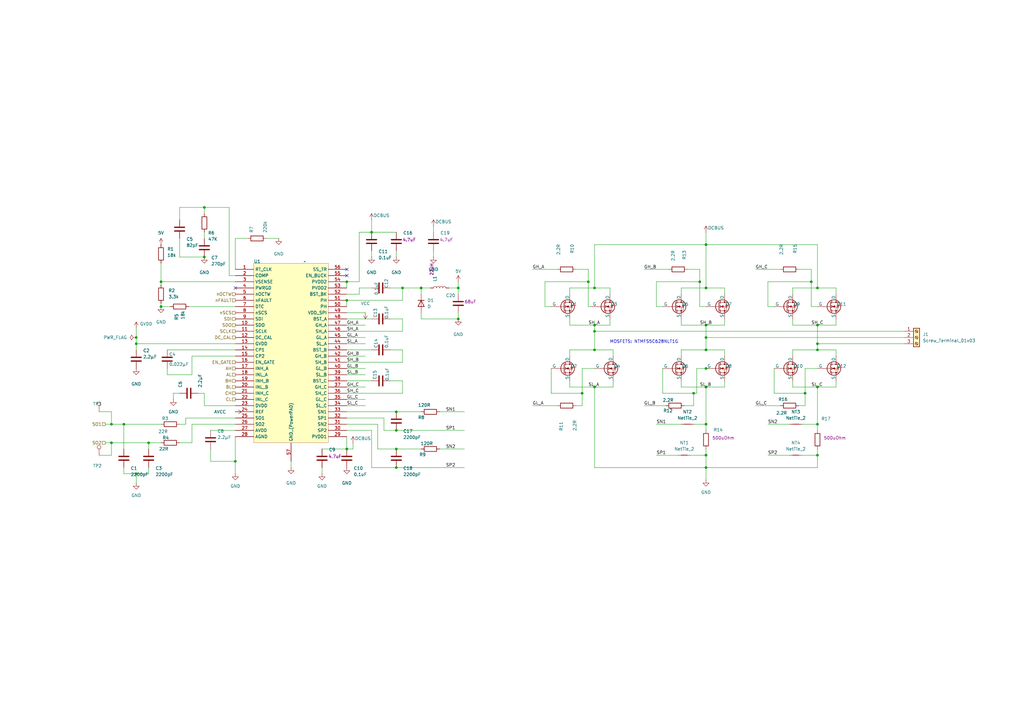
<source format=kicad_sch>
(kicad_sch (version 20231120) (generator "eeschema") (generator_version "8.0")
  (paper "A3")
  (junction (at 187.96 118.11))
  (junction (at 243.84 118.11))
  (junction (at 162.56 184.15))
  (junction (at 241.3 115.57))
  (junction (at 287.02 115.57))
  (junction (at 162.56 191.77))
  (junction (at 66.04 115.57))
  (junction (at 335.28 173.99))
  (junction (at 289.56 186.69))
  (junction (at 238.76 161.29))
  (junction (at 83.82 85.09))
  (junction (at 50.8 173.99))
  (junction (at 243.84 135.89))
  (junction (at 335.28 143.51))
  (junction (at 162.56 176.53))
  (junction (at 142.24 123.19))
  (junction (at 289.56 158.75))
  (junction (at 289.56 138.43))
  (junction (at 142.24 115.57))
  (junction (at 335.28 186.69))
  (junction (at 335.28 133.35))
  (junction (at 289.56 100.33))
  (junction (at 243.84 158.75))
  (junction (at 165.1 118.11))
  (junction (at 289.56 191.77))
  (junction (at 45.72 181.61))
  (junction (at 335.28 118.11))
  (junction (at 243.84 143.51))
  (junction (at 45.72 173.99))
  (junction (at 289.56 143.51))
  (junction (at 330.2 161.29))
  (junction (at 289.56 151.13))
  (junction (at 289.56 173.99))
  (junction (at 96.52 189.23))
  (junction (at 332.74 115.57))
  (junction (at 152.4 95.25))
  (junction (at 335.28 158.75))
  (junction (at 83.82 105.41))
  (junction (at 289.56 118.11))
  (junction (at 55.88 140.97))
  (junction (at 66.04 125.73))
  (junction (at 142.24 184.15))
  (junction (at 284.48 161.29))
  (junction (at 335.28 140.97))
  (junction (at 172.72 118.11))
  (junction (at 60.96 181.61))
  (junction (at 187.96 130.81))
  (junction (at 289.56 133.35))
  (junction (at 55.88 194.31))
  (junction (at 162.56 168.91))
  (junction (at 243.84 133.35))
  (junction (at 55.88 138.43))
  (no_connect (at 142.24 113.03))
  (no_connect (at 142.24 110.49))
  (no_connect (at 96.52 118.11))
  (wire (pts (xy 243.84 191.77) (xy 289.56 191.77)))
  (wire (pts (xy 109.22 97.79) (xy 114.3 97.79)))
  (wire (pts (xy 66.04 124.46) (xy 66.04 125.73)))
  (wire (pts (xy 50.8 173.99) (xy 50.8 184.15)))
  (wire (pts (xy 96.52 113.03) (xy 93.98 113.03)))
  (wire (pts (xy 177.8 92.71) (xy 177.8 95.25)))
  (wire (pts (xy 332.74 125.73) (xy 332.74 115.57)))
  (wire (pts (xy 238.76 161.29) (xy 238.76 166.37)))
  (wire (pts (xy 233.68 120.65) (xy 233.68 118.11)))
  (wire (pts (xy 325.12 156.21) (xy 325.12 158.75)))
  (wire (pts (xy 251.46 143.51) (xy 251.46 146.05)))
  (wire (pts (xy 335.28 158.75) (xy 342.9 158.75)))
  (wire (pts (xy 289.56 133.35) (xy 289.56 138.43)))
  (wire (pts (xy 77.47 125.73) (xy 96.52 125.73)))
  (wire (pts (xy 73.66 105.41) (xy 73.66 97.79)))
  (wire (pts (xy 162.56 105.41) (xy 162.56 102.87)))
  (wire (pts (xy 243.84 143.51) (xy 251.46 143.51)))
  (wire (pts (xy 165.1 130.81) (xy 165.1 135.89)))
  (wire (pts (xy 335.28 140.97) (xy 370.84 140.97)))
  (wire (pts (xy 327.66 110.49) (xy 332.74 110.49)))
  (wire (pts (xy 142.24 123.19) (xy 165.1 123.19)))
  (wire (pts (xy 289.56 186.69) (xy 289.56 191.77)))
  (wire (pts (xy 250.19 133.35) (xy 250.19 130.81)))
  (wire (pts (xy 289.56 138.43) (xy 370.84 138.43)))
  (wire (pts (xy 40.64 168.91) (xy 45.72 168.91)))
  (wire (pts (xy 241.3 125.73) (xy 241.3 115.57)))
  (wire (pts (xy 73.66 181.61) (xy 78.74 181.61)))
  (wire (pts (xy 223.52 115.57) (xy 223.52 125.73)))
  (wire (pts (xy 243.84 158.75) (xy 251.46 158.75)))
  (wire (pts (xy 314.96 115.57) (xy 314.96 125.73)))
  (wire (pts (xy 325.12 130.81) (xy 325.12 133.35)))
  (wire (pts (xy 289.56 100.33) (xy 289.56 95.25)))
  (wire (pts (xy 233.68 133.35) (xy 243.84 133.35)))
  (wire (pts (xy 142.24 115.57) (xy 147.32 115.57)))
  (wire (pts (xy 60.96 181.61) (xy 66.04 181.61)))
  (wire (pts (xy 218.44 110.49) (xy 228.6 110.49)))
  (wire (pts (xy 284.48 173.99) (xy 289.56 173.99)))
  (wire (pts (xy 50.8 173.99) (xy 45.72 173.99)))
  (wire (pts (xy 68.58 153.67) (xy 78.74 153.67)))
  (wire (pts (xy 142.24 166.37) (xy 149.86 166.37)))
  (wire (pts (xy 55.88 138.43) (xy 55.88 140.97)))
  (wire (pts (xy 289.56 100.33) (xy 335.28 100.33)))
  (wire (pts (xy 241.3 115.57) (xy 223.52 115.57)))
  (wire (pts (xy 45.72 168.91) (xy 45.72 173.99)))
  (wire (pts (xy 330.2 166.37) (xy 330.2 161.29)))
  (wire (pts (xy 269.24 173.99) (xy 279.4 173.99)))
  (wire (pts (xy 76.2 171.45) (xy 76.2 173.99)))
  (wire (pts (xy 160.02 143.51) (xy 165.1 143.51)))
  (wire (pts (xy 142.24 163.83) (xy 149.86 163.83)))
  (wire (pts (xy 187.96 118.11) (xy 187.96 120.65)))
  (wire (pts (xy 325.12 118.11) (xy 335.28 118.11)))
  (wire (pts (xy 285.75 151.13) (xy 289.56 151.13)))
  (wire (pts (xy 243.84 133.35) (xy 250.19 133.35)))
  (wire (pts (xy 165.1 148.59) (xy 142.24 148.59)))
  (wire (pts (xy 86.36 184.15) (xy 86.36 189.23)))
  (wire (pts (xy 165.1 123.19) (xy 165.1 118.11)))
  (wire (pts (xy 142.24 151.13) (xy 149.86 151.13)))
  (wire (pts (xy 243.84 158.75) (xy 243.84 191.77)))
  (wire (pts (xy 342.9 133.35) (xy 342.9 130.81)))
  (wire (pts (xy 328.93 186.69) (xy 335.28 186.69)))
  (wire (pts (xy 335.28 184.15) (xy 335.28 186.69)))
  (wire (pts (xy 236.22 166.37) (xy 238.76 166.37)))
  (wire (pts (xy 243.84 135.89) (xy 370.84 135.89)))
  (wire (pts (xy 45.72 181.61) (xy 43.18 181.61)))
  (wire (pts (xy 60.96 181.61) (xy 45.72 181.61)))
  (wire (pts (xy 187.96 115.57) (xy 187.96 118.11)))
  (wire (pts (xy 142.24 176.53) (xy 152.4 176.53)))
  (wire (pts (xy 289.56 191.77) (xy 335.28 191.77)))
  (wire (pts (xy 309.88 166.37) (xy 320.04 166.37)))
  (wire (pts (xy 271.78 151.13) (xy 271.78 161.29)))
  (wire (pts (xy 55.88 143.51) (xy 55.88 140.97)))
  (wire (pts (xy 330.2 151.13) (xy 335.28 151.13)))
  (wire (pts (xy 238.76 161.29) (xy 238.76 151.13)))
  (wire (pts (xy 327.66 166.37) (xy 330.2 166.37)))
  (wire (pts (xy 45.72 173.99) (xy 43.18 173.99)))
  (wire (pts (xy 165.1 143.51) (xy 165.1 148.59)))
  (wire (pts (xy 285.75 161.29) (xy 284.48 161.29)))
  (wire (pts (xy 233.68 143.51) (xy 243.84 143.51)))
  (wire (pts (xy 289.56 196.85) (xy 289.56 191.77)))
  (wire (pts (xy 335.28 140.97) (xy 335.28 143.51)))
  (wire (pts (xy 55.88 134.62) (xy 55.88 138.43)))
  (wire (pts (xy 142.24 125.73) (xy 142.24 123.19)))
  (wire (pts (xy 289.56 118.11) (xy 297.18 118.11)))
  (wire (pts (xy 342.9 143.51) (xy 342.9 146.05)))
  (wire (pts (xy 66.04 115.57) (xy 96.52 115.57)))
  (wire (pts (xy 241.3 110.49) (xy 241.3 115.57)))
  (wire (pts (xy 172.72 118.11) (xy 176.53 118.11)))
  (wire (pts (xy 142.24 146.05) (xy 149.86 146.05)))
  (wire (pts (xy 66.04 125.73) (xy 69.85 125.73)))
  (wire (pts (xy 78.74 153.67) (xy 78.74 146.05)))
  (wire (pts (xy 264.16 166.37) (xy 273.05 166.37)))
  (wire (pts (xy 157.48 176.53) (xy 162.56 176.53)))
  (wire (pts (xy 73.66 173.99) (xy 76.2 173.99)))
  (wire (pts (xy 289.56 138.43) (xy 289.56 143.51)))
  (wire (pts (xy 149.86 128.27) (xy 142.24 128.27)))
  (wire (pts (xy 289.56 100.33) (xy 289.56 118.11)))
  (wire (pts (xy 342.9 158.75) (xy 342.9 156.21)))
  (wire (pts (xy 147.32 118.11) (xy 152.4 118.11)))
  (wire (pts (xy 330.2 161.29) (xy 330.2 151.13)))
  (wire (pts (xy 297.18 158.75) (xy 297.18 156.21)))
  (wire (pts (xy 83.82 161.29) (xy 81.28 161.29)))
  (wire (pts (xy 132.08 191.77) (xy 132.08 194.31)))
  (wire (pts (xy 328.93 173.99) (xy 335.28 173.99)))
  (wire (pts (xy 162.56 191.77) (xy 190.5 191.77)))
  (wire (pts (xy 96.52 189.23) (xy 96.52 194.31)))
  (wire (pts (xy 96.52 179.07) (xy 96.52 189.23)))
  (wire (pts (xy 243.84 118.11) (xy 243.84 100.33)))
  (wire (pts (xy 50.8 194.31) (xy 55.88 194.31)))
  (wire (pts (xy 152.4 191.77) (xy 162.56 191.77)))
  (wire (pts (xy 162.56 184.15) (xy 172.72 184.15)))
  (wire (pts (xy 281.94 110.49) (xy 287.02 110.49)))
  (wire (pts (xy 233.68 146.05) (xy 233.68 143.51)))
  (wire (pts (xy 289.56 173.99) (xy 289.56 176.53)))
  (wire (pts (xy 335.28 133.35) (xy 342.9 133.35)))
  (wire (pts (xy 332.74 110.49) (xy 332.74 115.57)))
  (wire (pts (xy 289.56 125.73) (xy 287.02 125.73)))
  (wire (pts (xy 83.82 85.09) (xy 93.98 85.09)))
  (wire (pts (xy 152.4 102.87) (xy 152.4 105.41)))
  (wire (pts (xy 55.88 194.31) (xy 60.96 194.31)))
  (wire (pts (xy 187.96 130.81) (xy 172.72 130.81)))
  (wire (pts (xy 269.24 125.73) (xy 271.78 125.73)))
  (wire (pts (xy 243.84 100.33) (xy 289.56 100.33)))
  (wire (pts (xy 172.72 128.27) (xy 172.72 130.81)))
  (wire (pts (xy 289.56 143.51) (xy 297.18 143.51)))
  (wire (pts (xy 50.8 194.31) (xy 50.8 191.77)))
  (wire (pts (xy 187.96 130.81) (xy 187.96 128.27)))
  (wire (pts (xy 226.06 151.13) (xy 226.06 161.29)))
  (wire (pts (xy 45.72 186.69) (xy 45.72 181.61)))
  (wire (pts (xy 289.56 158.75) (xy 297.18 158.75)))
  (wire (pts (xy 223.52 125.73) (xy 226.06 125.73)))
  (wire (pts (xy 335.28 158.75) (xy 335.28 173.99)))
  (wire (pts (xy 289.56 184.15) (xy 289.56 186.69)))
  (wire (pts (xy 147.32 115.57) (xy 147.32 95.25)))
  (wire (pts (xy 142.24 153.67) (xy 149.86 153.67)))
  (wire (pts (xy 55.88 194.31) (xy 55.88 198.12)))
  (wire (pts (xy 280.67 166.37) (xy 284.48 166.37)))
  (wire (pts (xy 165.1 156.21) (xy 165.1 161.29)))
  (wire (pts (xy 165.1 118.11) (xy 172.72 118.11)))
  (wire (pts (xy 297.18 118.11) (xy 297.18 120.65)))
  (wire (pts (xy 314.96 173.99) (xy 323.85 173.99)))
  (wire (pts (xy 269.24 115.57) (xy 269.24 125.73)))
  (wire (pts (xy 86.36 176.53) (xy 96.52 176.53)))
  (wire (pts (xy 73.66 85.09) (xy 73.66 90.17)))
  (wire (pts (xy 287.02 125.73) (xy 287.02 115.57)))
  (wire (pts (xy 285.75 161.29) (xy 285.75 151.13)))
  (wire (pts (xy 289.56 158.75) (xy 289.56 173.99)))
  (wire (pts (xy 78.74 146.05) (xy 96.52 146.05)))
  (wire (pts (xy 152.4 176.53) (xy 152.4 191.77)))
  (wire (pts (xy 243.84 133.35) (xy 243.84 135.89)))
  (wire (pts (xy 279.4 130.81) (xy 279.4 133.35)))
  (wire (pts (xy 160.02 156.21) (xy 165.1 156.21)))
  (wire (pts (xy 233.68 156.21) (xy 233.68 158.75)))
  (wire (pts (xy 83.82 95.25) (xy 83.82 97.79)))
  (wire (pts (xy 180.34 184.15) (xy 190.5 184.15)))
  (wire (pts (xy 325.12 133.35) (xy 335.28 133.35)))
  (wire (pts (xy 279.4 158.75) (xy 289.56 158.75)))
  (wire (pts (xy 233.68 158.75) (xy 243.84 158.75)))
  (wire (pts (xy 83.82 85.09) (xy 83.82 87.63)))
  (wire (pts (xy 55.88 140.97) (xy 96.52 140.97)))
  (wire (pts (xy 297.18 133.35) (xy 297.18 130.81)))
  (wire (pts (xy 119.38 191.77) (xy 119.38 189.23)))
  (wire (pts (xy 152.4 95.25) (xy 162.56 95.25)))
  (wire (pts (xy 238.76 151.13) (xy 243.84 151.13)))
  (wire (pts (xy 335.28 125.73) (xy 332.74 125.73)))
  (wire (pts (xy 152.4 156.21) (xy 142.24 156.21)))
  (wire (pts (xy 96.52 173.99) (xy 78.74 173.99)))
  (wire (pts (xy 242.57 125.73) (xy 241.3 125.73)))
  (wire (pts (xy 162.56 176.53) (xy 190.5 176.53)))
  (wire (pts (xy 162.56 168.91) (xy 172.72 168.91)))
  (wire (pts (xy 165.1 135.89) (xy 142.24 135.89)))
  (wire (pts (xy 279.4 120.65) (xy 279.4 118.11)))
  (wire (pts (xy 279.4 156.21) (xy 279.4 158.75)))
  (wire (pts (xy 314.96 186.69) (xy 323.85 186.69)))
  (wire (pts (xy 243.84 135.89) (xy 243.84 143.51)))
  (wire (pts (xy 335.28 173.99) (xy 335.28 176.53)))
  (wire (pts (xy 314.96 125.73) (xy 317.5 125.73)))
  (wire (pts (xy 279.4 143.51) (xy 289.56 143.51)))
  (wire (pts (xy 335.28 143.51) (xy 342.9 143.51)))
  (wire (pts (xy 325.12 146.05) (xy 325.12 143.51)))
  (wire (pts (xy 144.78 184.15) (xy 142.24 184.15)))
  (wire (pts (xy 184.15 118.11) (xy 187.96 118.11)))
  (wire (pts (xy 60.96 191.77) (xy 60.96 194.31)))
  (wire (pts (xy 71.12 161.29) (xy 73.66 161.29)))
  (wire (pts (xy 93.98 113.03) (xy 93.98 85.09)))
  (wire (pts (xy 233.68 130.81) (xy 233.68 133.35)))
  (wire (pts (xy 317.5 151.13) (xy 317.5 161.29)))
  (wire (pts (xy 157.48 171.45) (xy 157.48 176.53)))
  (wire (pts (xy 83.82 166.37) (xy 83.82 161.29)))
  (wire (pts (xy 73.66 85.09) (xy 83.82 85.09)))
  (wire (pts (xy 78.74 173.99) (xy 78.74 181.61)))
  (wire (pts (xy 342.9 118.11) (xy 342.9 120.65)))
  (wire (pts (xy 243.84 118.11) (xy 250.19 118.11)))
  (wire (pts (xy 147.32 120.65) (xy 147.32 118.11)))
  (wire (pts (xy 66.04 115.57) (xy 66.04 116.84)))
  (wire (pts (xy 160.02 130.81) (xy 165.1 130.81)))
  (wire (pts (xy 96.52 143.51) (xy 68.58 143.51)))
  (wire (pts (xy 177.8 102.87) (xy 177.8 105.41)))
  (wire (pts (xy 335.28 100.33) (xy 335.28 118.11)))
  (wire (pts (xy 142.24 133.35) (xy 149.86 133.35)))
  (wire (pts (xy 154.94 173.99) (xy 142.24 173.99)))
  (wire (pts (xy 284.48 166.37) (xy 284.48 161.29)))
  (wire (pts (xy 317.5 161.29) (xy 330.2 161.29)))
  (wire (pts (xy 40.64 186.69) (xy 45.72 186.69)))
  (wire (pts (xy 142.24 140.97) (xy 149.86 140.97)))
  (wire (pts (xy 66.04 107.95) (xy 66.04 115.57)))
  (wire (pts (xy 309.88 110.49) (xy 320.04 110.49)))
  (wire (pts (xy 332.74 115.57) (xy 314.96 115.57)))
  (wire (pts (xy 335.28 186.69) (xy 335.28 191.77)))
  (wire (pts (xy 132.08 184.15) (xy 142.24 184.15)))
  (wire (pts (xy 142.24 171.45) (xy 157.48 171.45)))
  (wire (pts (xy 250.19 118.11) (xy 250.19 120.65)))
  (wire (pts (xy 226.06 161.29) (xy 238.76 161.29)))
  (wire (pts (xy 289.56 151.13) (xy 290.83 151.13)))
  (wire (pts (xy 325.12 158.75) (xy 335.28 158.75)))
  (wire (pts (xy 165.1 161.29) (xy 142.24 161.29)))
  (wire (pts (xy 50.8 173.99) (xy 66.04 173.99)))
  (wire (pts (xy 325.12 120.65) (xy 325.12 118.11)))
  (wire (pts (xy 289.56 133.35) (xy 297.18 133.35)))
  (wire (pts (xy 152.4 143.51) (xy 142.24 143.51)))
  (wire (pts (xy 251.46 158.75) (xy 251.46 156.21)))
  (wire (pts (xy 154.94 184.15) (xy 162.56 184.15)))
  (wire (pts (xy 279.4 133.35) (xy 289.56 133.35)))
  (wire (pts (xy 83.82 105.41) (xy 73.66 105.41)))
  (wire (pts (xy 279.4 146.05) (xy 279.4 143.51)))
  (wire (pts (xy 96.52 110.49) (xy 96.52 97.79)))
  (wire (pts (xy 142.24 158.75) (xy 149.86 158.75)))
  (wire (pts (xy 142.24 118.11) (xy 142.24 115.57)))
  (wire (pts (xy 283.21 186.69) (xy 289.56 186.69)))
  (wire (pts (xy 152.4 90.17) (xy 152.4 95.25)))
  (wire (pts (xy 142.24 120.65) (xy 147.32 120.65)))
  (wire (pts (xy 142.24 168.91) (xy 162.56 168.91)))
  (wire (pts (xy 96.52 97.79) (xy 101.6 97.79)))
  (wire (pts (xy 233.68 118.11) (xy 243.84 118.11)))
  (wire (pts (xy 96.52 166.37) (xy 83.82 166.37)))
  (wire (pts (xy 271.78 161.29) (xy 284.48 161.29)))
  (wire (pts (xy 96.52 171.45) (xy 76.2 171.45)))
  (wire (pts (xy 142.24 138.43) (xy 149.86 138.43)))
  (wire (pts (xy 71.12 161.29) (xy 71.12 163.83)))
  (wire (pts (xy 172.72 118.11) (xy 172.72 120.65)))
  (wire (pts (xy 264.16 110.49) (xy 274.32 110.49)))
  (wire (pts (xy 60.96 181.61) (xy 60.96 184.15)))
  (wire (pts (xy 142.24 184.15) (xy 142.24 179.07)))
  (wire (pts (xy 68.58 151.13) (xy 68.58 153.67)))
  (wire (pts (xy 269.24 186.69) (xy 278.13 186.69)))
  (wire (pts (xy 279.4 118.11) (xy 289.56 118.11)))
  (wire (pts (xy 287.02 115.57) (xy 269.24 115.57)))
  (wire (pts (xy 86.36 189.23) (xy 96.52 189.23)))
  (wire (pts (xy 218.44 166.37) (xy 228.6 166.37)))
  (wire (pts (xy 236.22 110.49) (xy 241.3 110.49)))
  (wire (pts (xy 335.28 118.11) (xy 342.9 118.11)))
  (wire (pts (xy 144.78 181.61) (xy 144.78 184.15)))
  (wire (pts (xy 335.28 133.35) (xy 335.28 140.97)))
  (wire (pts (xy 287.02 110.49) (xy 287.02 115.57)))
  (wire (pts (xy 152.4 130.81) (xy 142.24 130.81)))
  (wire (pts (xy 154.94 184.15) (xy 154.94 173.99)))
  (wire (pts (xy 147.32 95.25) (xy 152.4 95.25)))
  (wire (pts (xy 180.34 168.91) (xy 190.5 168.91)))
  (wire (pts (xy 297.18 143.51) (xy 297.18 146.05)))
  (wire (pts (xy 325.12 143.51) (xy 335.28 143.51)))
  (wire (pts (xy 160.02 118.11) (xy 165.1 118.11)))
  (text "MOSFETS: NTMFS5C628NLT1G" (at 264.16 140.97 0) (effects (font (size 1.27 1.27)) (justify bottom)))
  (label "SL_A" (at 142.24 140.97 0))
  (label "SL_A" (at 241.3 158.75 0))
  (label "GL_B" (at 264.16 166.37 0))
  (label "GL_C" (at 142.24 163.83 0))
  (label "GL_A" (at 142.24 138.43 0))
  (label "SH_C" (at 142.24 161.29 0))
  (label "SH_B" (at 142.24 148.59 0))
  (label "GH_B" (at 142.24 146.05 0))
  (label "SH_B" (at 287.02 133.35 0))
  (label "SL_C" (at 142.24 166.37 0))
  (label "SP1" (at 182.88 176.53 0))
  (label "GH_A" (at 218.44 110.49 0))
  (label "SL_B" (at 142.24 153.67 0))
  (label "SN1" (at 182.88 168.91 0))
  (label "GH_A" (at 142.24 133.35 0))
  (label "SP2" (at 182.88 191.77 0))
  (label "SL_C" (at 332.74 158.75 0))
  (label "GL_C" (at 309.88 166.37 0))
  (label "SH_A" (at 142.24 135.89 0))
  (label "SP2" (at 314.96 186.69 0))
  (label "SH_C" (at 332.74 133.35 0))
  (label "GH_C" (at 142.24 158.75 0))
  (label "GH_B" (at 264.16 110.49 0))
  (label "SP1" (at 269.24 186.69 0))
  (label "SN2" (at 182.88 184.15 0))
  (label "SL_B" (at 287.02 158.75 0))
  (label "GL_A" (at 218.44 166.37 0))
  (label "SH_A" (at 241.3 133.35 0))
  (label "SN2" (at 314.96 173.99 0))
  (label "SN1" (at 269.24 173.99 0))
  (label "GL_B" (at 142.24 151.13 0))
  (label "GH_C" (at 309.88 110.49 0))
  (hierarchical_label "BL" (shape passive) (at 96.52 158.75 180))
  (hierarchical_label "nSCS" (shape passive) (at 96.52 128.27 180))
  (hierarchical_label "EN_GATE" (shape passive) (at 96.52 148.59 180))
  (hierarchical_label "DC_CAL" (shape passive) (at 96.52 138.43 180))
  (hierarchical_label "CH" (shape passive) (at 96.52 161.29 180))
  (hierarchical_label "nFAULT" (shape passive) (at 96.52 123.19 180))
  (hierarchical_label "CL" (shape passive) (at 96.52 163.83 180))
  (hierarchical_label "SCLK" (shape passive) (at 96.52 135.89 180))
  (hierarchical_label "AH" (shape passive) (at 96.52 151.13 180))
  (hierarchical_label "SO2" (shape passive) (at 43.18 181.61 180))
  (hierarchical_label "BH" (shape passive) (at 96.52 156.21 180))
  (hierarchical_label "nOCTW" (shape passive) (at 96.52 120.65 180))
  (hierarchical_label "SO1" (shape passive) (at 43.18 173.99 180))
  (hierarchical_label "SDO" (shape passive) (at 96.52 133.35 180))
  (hierarchical_label "AL" (shape passive) (at 96.52 153.67 180))
  (hierarchical_label "SDI" (shape passive) (at 96.52 130.81 180))
  (symbol (lib_id "Device:NetTie_2") (at 281.94 173.99 0) (unit 1) (in_bom no)
    (property "Reference" "NT2" (at 281.94 168.91 0))
    (property "Value" "NetTie_2" (at 281.94 171.45 0))
    (property "Footprint" "NetTie:NetTie-2_SMD_Pad0.5mm" (effects (hide yes)))
    (property "Description" "Net tie, 2 pins" (effects (hide yes)))
  )
  (symbol (lib_id "CustomNMOS:NMOS_1") (at 231.14 151.13 0) (unit 1)
    (property "Reference" "Q2" (at 233.934 150.876 0) (effects (justify left bottom)))
    (property "Footprint" "Package_SO:ONSemi_SO-8FL_488AA" (effects (hide yes)))
    (property "Datasheet" "https://ngspice.sourceforge.io/docs/ngspice-html-manual/manual.xhtml#cha_MOSFETs" (effects (hide yes)))
    (property "Description" "MOSFET N-CH 30V 13A SO8FL" (effects (hide yes)))
    (property "SUPPLIER 1" "Digi-Key" (effects (hide yes)))
    (property "SUPPLIER PART NUMBER 1" "NTMFS4935NT1GOSCT-ND" (effects (hide yes)))
    (property "MANUFACTURER" "ON Semiconductor" (effects (hide yes)))
    (property "ROHS" "RoHS Compliant" (effects (hide yes)))
    (property "CATEGORY" "Discrete Semiconductor Products" (effects (hide yes)))
    (property "STOCK 1" "932" (effects (hide yes)))
    (property "PRICING 1" "1=0.61, 10=0.541, 100=0.4145, 500=0.3277 (USD)" (effects (hide yes)))
    (property "PACKAGING" "Cut Tape (CT)" (effects (hide yes)))
    (property "PART STATUS" "Active" (effects (hide yes)))
    (property "FET TYPE" "N-Channel" (effects (hide yes)))
    (property "TECHNOLOGY" "MOSFET (Metal Oxide)" (effects (hide yes)))
    (property "DRAIN TO SOURCE VOLTAGE (VDSS)" "30V" (effects (hide yes)))
    (property "CURRENT - CONTINUOUS DRAIN (ID) @ 25°C" "13A (Ta), 93A (Tc)" (effects (hide yes)))
    (property "DRIVE VOLTAGE (MAX RDS ON,  MIN RDS ON)" "4.5V, 10V" (effects (hide yes)))
    (property "VGS(TH) (MAX) @ ID" "2.2V @ 250µA" (effects (hide yes)))
    (property "GATE CHARGE (QG) (MAX) @ VGS" "49.4nC @ 10V" (effects (hide yes)))
    (property "INPUT CAPACITANCE (CISS) (MAX) @ VDS" "4850pF @ 15V" (effects (hide yes)))
    (property "VGS (MAX)" "±20V" (effects (hide yes)))
    (property "FET FEATURE" "-" (effects (hide yes)))
    (property "POWER DISSIPATION (MAX)" "930mW (Ta), 48W (Tc)" (effects (hide yes)))
    (property "RDS ON (MAX) @ ID, VGS" "3.2 mOhm @ 30A, 10V" (effects (hide yes)))
    (property "OPERATING TEMPERATURE" "-55°C ~ 150°C (TJ)" (effects (hide yes)))
    (property "MOUNTING TYPE" "Surface Mount" (effects (hide yes)))
    (property "SUPPLIER DEVICE PACKAGE" "5-DFN (5x6) (8-SOFL)" (effects (hide yes)))
    (property "PACKAGE / CASE" "8-PowerTDFN, 5 Leads" (effects (hide yes)))
    (property "COMPONENTLINK1URL" "http://www.onsemi.com/pub_link/Collateral/NTMFS4935N-D.PDF" (effects (hide yes)))
    (property "COMPONENTLINK1DESCRIPTION" "http://www.onsemi.com/pub_link/Collateral/NTMFS4935N-D.PDF" (effects (hide yes)))
    (property "MANUFACTURER PART NUMBER" "NTMFS4935NT1G" (effects (hide yes)))
    (property "Sim.Device" "NMOS" (effects (hide yes)))
    (property "Sim.Type" "VDMOS" (effects (hide yes)))
    (property "Sim.Pins" "`" (effects (hide yes)))
  )
  (symbol (lib_id "Device:R") (at 66.04 120.65 0) (unit 1)
    (property "Reference" "R2" (at 69.088 119.888 0) (effects (justify left bottom)))
    (property "Value" "3.3k" (at 69.088 122.428 0) (effects (justify left bottom)))
    (property "Footprint" "Resistor_SMD:R_0603_1608Metric" (effects (hide yes)))
    (property "Description" "RES SMD 3.3K OHM 1% 1/10W 0603" (effects (hide yes)))
    (property "SUPPLIER 1" "Digi-Key" (effects (hide yes)))
    (property "SUPPLIER PART NUMBER 1" "311-3.30KHRCT-ND" (effects (hide yes)))
    (property "MANUFACTURER" "Yageo" (effects (hide yes)))
    (property "MANUFACTURER PART NUMBER" "RC0603FR-073K3L" (effects (hide yes)))
    (property "ROHS" "RoHS Compliant" (effects (hide yes)))
    (property "CATEGORY" "Resistors" (effects (hide yes)))
    (property "STOCK 1" "420019" (effects (hide yes)))
    (property "PRICING 1" "1=0.1, 10=0.014, 25=0.01, 100=0.0057, 250=0.00436, 500=0.00348, 1000=0.00257, 2500=0.00223 (USD)" (effects (hide yes)))
    (property "PACKAGING" "Cut Tape (CT)" (effects (hide yes)))
    (property "RESISTANCE (OHMS)" "3.3k" (effects (hide yes)))
    (property "TOLERANCE" "±1%" (effects (hide yes)))
    (property "POWER (WATTS)" "0.1W, 1/10W" (effects (hide yes)))
    (property "COMPOSITION" "Thick Film" (effects (hide yes)))
    (property "FEATURES" "Moisture Resistant" (effects (hide yes)))
    (property "TEMPERATURE COEFFICIENT" "±100ppm/°C" (effects (hide yes)))
    (property "OPERATING TEMPERATURE" "-55°C ~ 155°C" (effects (hide yes)))
    (property "PACKAGE / CASE" "0603 (1608 Metric)" (effects (hide yes)))
    (property "SUPPLIER DEVICE PACKAGE" "0603" (effects (hide yes)))
    (property "SIZE / DIMENSION" "0.063\" L x 0.031\" W (1.60mm x 0.80mm)" (effects (hide yes)))
    (property "HEIGHT" "0.022\" (0.55mm)" (effects (hide yes)))
    (property "NUMBER OF TERMINATIONS" "2" (effects (hide yes)))
    (property "COMPONENTLINK1URL" "http://www.yageo.com/documents/recent/PYu-RC_Group_51_RoHS_L_04.pdf" (effects (hide yes)))
    (property "COMPONENTLINK1DESCRIPTION" "http://www.yageo.com/documents/recent/PYu-RC_Group_51_RoHS_L_04.pdf" (effects (hide yes)))
  )
  (symbol (lib_id "Connector:TestPoint") (at 40.64 186.69 0) (unit 1)
    (property "Reference" "TP2" (at 38.1 191.77 0) (effects (justify left bottom)))
    (property "Value" "TESTPOINT" (effects (hide yes)))
    (property "Footprint" "TestPoint:TestPoint_Pad_1.0x1.0mm" (effects (hide yes)))
    (property "Description" "SMD test pin" (effects (hide yes)))
  )
  (symbol (lib_id "power:GND") (at 289.56 196.85 0) (unit 1)
    (property "Reference" "#PWR019" (effects (hide yes)))
    (property "Value" "GND" (at 289.56 201.93 0))
    (property "Description" "Power symbol creates a global label with name \"GND\" , ground" (effects (hide yes)))
  )
  (symbol (lib_id "power:GND") (at 177.8 105.41 0) (unit 1)
    (property "Reference" "#PWR016" (effects (hide yes)))
    (property "Value" "GND" (at 177.8 110.49 0))
    (property "Description" "Power symbol creates a global label with name \"GND\" , ground" (effects (hide yes)))
  )
  (symbol (lib_id "power:GND") (at 162.56 105.41 0) (unit 1)
    (property "Reference" "#PWR015" (effects (hide yes)))
    (property "Value" "GND" (at 162.56 111.76 0))
  )
  (symbol (lib_id "CustomNMOS:NMOS_1") (at 276.86 151.13 0) (unit 1)
    (property "Reference" "Q6" (at 279.654 150.876 0) (effects (justify left bottom)))
    (property "Footprint" "Package_SO:ONSemi_SO-8FL_488AA" (effects (hide yes)))
    (property "Datasheet" "https://ngspice.sourceforge.io/docs/ngspice-html-manual/manual.xhtml#cha_MOSFETs" (effects (hide yes)))
    (property "Description" "MOSFET N-CH 30V 13A SO8FL" (effects (hide yes)))
    (property "SUPPLIER 1" "Digi-Key" (effects (hide yes)))
    (property "SUPPLIER PART NUMBER 1" "NTMFS4935NT1GOSCT-ND" (effects (hide yes)))
    (property "MANUFACTURER" "ON Semiconductor" (effects (hide yes)))
    (property "ROHS" "RoHS Compliant" (effects (hide yes)))
    (property "CATEGORY" "Discrete Semiconductor Products" (effects (hide yes)))
    (property "STOCK 1" "932" (effects (hide yes)))
    (property "PRICING 1" "1=0.61, 10=0.541, 100=0.4145, 500=0.3277 (USD)" (effects (hide yes)))
    (property "PACKAGING" "Cut Tape (CT)" (effects (hide yes)))
    (property "PART STATUS" "Active" (effects (hide yes)))
    (property "FET TYPE" "N-Channel" (effects (hide yes)))
    (property "TECHNOLOGY" "MOSFET (Metal Oxide)" (effects (hide yes)))
    (property "DRAIN TO SOURCE VOLTAGE (VDSS)" "30V" (effects (hide yes)))
    (property "CURRENT - CONTINUOUS DRAIN (ID) @ 25°C" "13A (Ta), 93A (Tc)" (effects (hide yes)))
    (property "DRIVE VOLTAGE (MAX RDS ON,  MIN RDS ON)" "4.5V, 10V" (effects (hide yes)))
    (property "VGS(TH) (MAX) @ ID" "2.2V @ 250µA" (effects (hide yes)))
    (property "GATE CHARGE (QG) (MAX) @ VGS" "49.4nC @ 10V" (effects (hide yes)))
    (property "INPUT CAPACITANCE (CISS) (MAX) @ VDS" "4850pF @ 15V" (effects (hide yes)))
    (property "VGS (MAX)" "±20V" (effects (hide yes)))
    (property "FET FEATURE" "-" (effects (hide yes)))
    (property "POWER DISSIPATION (MAX)" "930mW (Ta), 48W (Tc)" (effects (hide yes)))
    (property "RDS ON (MAX) @ ID, VGS" "3.2 mOhm @ 30A, 10V" (effects (hide yes)))
    (property "OPERATING TEMPERATURE" "-55°C ~ 150°C (TJ)" (effects (hide yes)))
    (property "MOUNTING TYPE" "Surface Mount" (effects (hide yes)))
    (property "SUPPLIER DEVICE PACKAGE" "5-DFN (5x6) (8-SOFL)" (effects (hide yes)))
    (property "PACKAGE / CASE" "8-PowerTDFN, 5 Leads" (effects (hide yes)))
    (property "COMPONENTLINK1URL" "http://www.onsemi.com/pub_link/Collateral/NTMFS4935N-D.PDF" (effects (hide yes)))
    (property "COMPONENTLINK1DESCRIPTION" "http://www.onsemi.com/pub_link/Collateral/NTMFS4935N-D.PDF" (effects (hide yes)))
    (property "MANUFACTURER PART NUMBER" "NTMFS4935NT1G" (effects (hide yes)))
    (property "Sim.Device" "NMOS" (effects (hide yes)))
    (property "Sim.Type" "VDMOS" (effects (hide yes)))
    (property "Sim.Pins" "1=D 2=G 3=S" (effects (hide yes)))
  )
  (symbol (lib_id "power:GND") (at 71.12 163.83 0) (unit 1)
    (property "Reference" "#PWR05" (effects (hide yes)))
    (property "Value" "GND" (at 71.12 168.91 0))
    (property "Description" "Power symbol creates a global label with name \"GND\" , ground" (effects (hide yes)))
  )
  (symbol (lib_id "Device:C") (at 156.21 156.21 90) (unit 1)
    (property "Reference" "C15" (at 154.432 155.702 0) (effects (justify left bottom)))
    (property "Value" "${CAPACITANCE}" (at 159.512 156.21 0) (effects (justify left bottom)))
    (property "Footprint" "Capacitor_SMD:C_0603_1608Metric" (effects (hide yes)))
    (property "Description" "CAP CER 0.1UF 50V X7R 0603" (effects (hide yes)))
    (property "SUPPLIER 1" "Digi-Key" (effects (hide yes)))
    (property "SUPPLIER PART NUMBER 1" "490-1519-2-ND" (effects (hide yes)))
    (property "MANUFACTURER" "Murata Electronics North America" (effects (hide yes)))
    (property "MANUFACTURER PART NUMBER" "GRM188R71H104KA93D" (effects (hide yes)))
    (property "ROHS" "RoHS Compliant" (effects (hide yes)))
    (property "CATEGORY" "Capacitors" (effects (hide yes)))
    (property "PRICING 1" "4000=0.01822, 8000=0.01663, 12000=0.01584 (USD)" (effects (hide yes)))
    (property "PACKAGING" "Tape & Reel (TR)" (effects (hide yes)))
    (property "CAPACITANCE" "0.1uF" (effects (hide yes)))
    (property "TOLERANCE" "±10%" (effects (hide yes)))
    (property "VOLTAGE - RATED" "50V" (effects (hide yes)))
    (property "TEMPERATURE COEFFICIENT" "X7R" (effects (hide yes)))
    (property "MOUNTING TYPE" "Surface Mount, MLCC" (effects (hide yes)))
    (property "OPERATING TEMPERATURE" "-55°C ~ 125°C" (effects (hide yes)))
    (property "APPLICATIONS" "General Purpose" (effects (hide yes)))
    (property "RATINGS" "-" (effects (hide yes)))
    (property "PACKAGE / CASE" "0603 (1608 Metric)" (effects (hide yes)))
    (property "SIZE / DIMENSION" "0.063\" L x 0.032\" W (1.60mm x 0.80mm)" (effects (hide yes)))
    (property "HEIGHT - SEATED (MAX)" "-" (effects (hide yes)))
    (property "THICKNESS (MAX)" "0.035\" (0.90mm)" (effects (hide yes)))
    (property "LEAD SPACING" "-" (effects (hide yes)))
    (property "FEATURES" "-" (effects (hide yes)))
    (property "LEAD STYLE" "-" (effects (hide yes)))
    (property "COMPONENTLINK1URL" "http://www.murata.com/~/media/webrenewal/support/library/catalog/products/capacitor/mlcc/c02e.ashx?la=en-us" (effects (hide yes)))
    (property "COMPONENTLINK1DESCRIPTION" "http://www.murata.com/~/media/webrenewal/support/library/catalog/products/capacitor/mlcc/c02e.ashx?la=en-us" (effects (hide yes)))
    (property "STOCK" "19812000" (effects (hide yes)))
    (property "PART STATUS" "Active" (effects (hide yes)))
    (property "SUPPLIER 2" "Digi-Key" (effects (hide yes)))
    (property "SUPPLIER PART NUMBER 2" "490-1519-1-ND" (effects (hide yes)))
    (property "PRICING 2" "1=0.12, 10=0.084, 100=0.0396, 500=0.02778, 1000=0.023 (USD)" (effects (hide yes)))
  )
  (symbol (lib_id "Device:R") (at 232.41 110.49 270) (unit 1)
    (property "Reference" "R10" (at 233.934 100.076 0) (effects (justify left bottom)))
    (property "Value" "2.2R" (at 228.346 100.076 0) (effects (justify left bottom)))
    (property "Footprint" "Resistor_SMD:R_0603_1608Metric" (effects (hide yes)))
    (property "Description" "RES SMD 2.2 OHM 1% 1/10W 0603" (effects (hide yes)))
    (property "SUPPLIER 1" "Digi-Key" (effects (hide yes)))
    (property "SUPPLIER PART NUMBER 1" "311-2.2HRCT-ND" (effects (hide yes)))
    (property "MANUFACTURER" "Yageo" (effects (hide yes)))
    (property "MANUFACTURER PART NUMBER" "RC0603FR-072R2L" (effects (hide yes)))
    (property "ROHS" "RoHS Compliant" (effects (hide yes)))
    (property "CATEGORY" "Resistors" (effects (hide yes)))
    (property "STOCK 1" "16531" (effects (hide yes)))
    (property "PRICING 1" "1=0.1, 10=0.02, 25=0.0144, 100=0.0082, 250=0.00624, 500=0.00498, 1000=0.00367, 2500=0.00319 (USD)" (effects (hide yes)))
    (property "PACKAGING" "Cut Tape (CT)" (effects (hide yes)))
    (property "RESISTANCE (OHMS)" "2.2" (effects (hide yes)))
    (property "TOLERANCE" "±1%" (effects (hide yes)))
    (property "POWER (WATTS)" "0.1W, 1/10W" (effects (hide yes)))
    (property "COMPOSITION" "Thick Film" (effects (hide yes)))
    (property "FEATURES" "Moisture Resistant" (effects (hide yes)))
    (property "TEMPERATURE COEFFICIENT" "±200ppm/°C" (effects (hide yes)))
    (property "OPERATING TEMPERATURE" "-55°C ~ 155°C" (effects (hide yes)))
    (property "PACKAGE / CASE" "0603 (1608 Metric)" (effects (hide yes)))
    (property "SUPPLIER DEVICE PACKAGE" "0603" (effects (hide yes)))
    (property "SIZE / DIMENSION" "0.063\" L x 0.031\" W (1.60mm x 0.80mm)" (effects (hide yes)))
    (property "HEIGHT" "0.022\" (0.55mm)" (effects (hide yes)))
    (property "NUMBER OF TERMINATIONS" "2" (effects (hide yes)))
    (property "COMPONENTLINK1URL" "http://www.yageo.com/documents/recent/PYu-RC_Group_51_RoHS_L_04.pdf" (effects (hide yes)))
    (property "COMPONENTLINK1DESCRIPTION" "http://www.yageo.com/documents/recent/PYu-RC_Group_51_RoHS_L_04.pdf" (effects (hide yes)))
  )
  (symbol (lib_id "Device:C") (at 162.56 187.96 0) (unit 1)
    (property "Reference" "C18" (at 165.354 192.786 0) (effects (justify left bottom)))
    (property "Value" "${CAPACITANCE}" (at 165.354 195.326 0) (effects (justify left bottom)))
    (property "Footprint" "Capacitor_SMD:C_0603_1608Metric" (effects (hide yes)))
    (property "Description" "CAP CER 2200PF 50V NP0 0603" (effects (hide yes)))
    (property "SUPPLIER 1" "Digi-Key" (effects (hide yes)))
    (property "SUPPLIER PART NUMBER 1" "490-1459-1-ND" (effects (hide yes)))
    (property "MANUFACTURER" "Murata Electronics North America" (effects (hide yes)))
    (property "ROHS" "RoHS Compliant" (effects (hide yes)))
    (property "CATEGORY" "Capacitors" (effects (hide yes)))
    (property "STOCK 1" "850589" (effects (hide yes)))
    (property "PRICING 1" "1=0.11, 10=0.08, 25=0.058, 50=0.0434, 100=0.0355, 250=0.02972, 500=0.02536, 1000=0.01992 (USD)" (effects (hide yes)))
    (property "PACKAGING" "Cut Tape (CT)" (effects (hide yes)))
    (property "CAPACITANCE" "2200pF" (effects (hide yes)))
    (property "TOLERANCE" "±5%" (effects (hide yes)))
    (property "VOLTAGE - RATED" "50V" (effects (hide yes)))
    (property "TEMPERATURE COEFFICIENT" "C0G, NP0" (effects (hide yes)))
    (property "MOUNTING TYPE" "Surface Mount, MLCC" (effects (hide yes)))
    (property "OPERATING TEMPERATURE" "-55°C ~ 125°C" (effects (hide yes)))
    (property "APPLICATIONS" "General Purpose" (effects (hide yes)))
    (property "RATINGS" "-" (effects (hide yes)))
    (property "PACKAGE / CASE" "0603 (1608 Metric)" (effects (hide yes)))
    (property "SIZE / DIMENSION" "0.063\" L x 0.031\" W (1.60mm x 0.80mm)" (effects (hide yes)))
    (property "HEIGHT - SEATED (MAX)" "-" (effects (hide yes)))
    (property "THICKNESS (MAX)" "0.035\" (0.90mm)" (effects (hide yes)))
    (property "LEAD SPACING" "-" (effects (hide yes)))
    (property "FEATURES" "-" (effects (hide yes)))
    (property "LEAD STYLE" "-" (effects (hide yes)))
    (property "COMPONENTLINK1URL" "http://www.murata.com/~/media/webrenewal/support/library/catalog/products/capacitor/mlcc/c02e.ashx" (effects (hide yes)))
    (property "COMPONENTLINK1DESCRIPTION" "http://www.murata.com/~/media/webrenewal/support/library/catalog/products/capacitor/mlcc/c02e.ashx" (effects (hide yes)))
    (property "PART STATUS" "Active" (effects (hide yes)))
  )
  (symbol (lib_id "power:GND") (at 152.4 105.41 0) (unit 1)
    (property "Reference" "#PWR014" (effects (hide yes)))
    (property "Value" "GND" (at 152.4 111.76 0))
  )
  (symbol (lib_id "power:GND") (at 66.04 125.73 0) (unit 1)
    (property "Reference" "#PWR04" (effects (hide yes)))
    (property "Value" "GND" (at 66.04 132.08 0))
  )
  (symbol (lib_id "CustomNMOS:NMOS_1") (at 322.58 151.13 0) (unit 1)
    (property "Reference" "Q10" (at 325.374 150.876 0) (effects (justify left bottom)))
    (property "Footprint" "Package_SO:ONSemi_SO-8FL_488AA" (effects (hide yes)))
    (property "Datasheet" "https://ngspice.sourceforge.io/docs/ngspice-html-manual/manual.xhtml#cha_MOSFETs" (effects (hide yes)))
    (property "Description" "MOSFET N-CH 30V 13A SO8FL" (effects (hide yes)))
    (property "SUPPLIER 1" "Digi-Key" (effects (hide yes)))
    (property "SUPPLIER PART NUMBER 1" "NTMFS4935NT1GOSCT-ND" (effects (hide yes)))
    (property "MANUFACTURER" "ON Semiconductor" (effects (hide yes)))
    (property "ROHS" "RoHS Compliant" (effects (hide yes)))
    (property "CATEGORY" "Discrete Semiconductor Products" (effects (hide yes)))
    (property "STOCK 1" "932" (effects (hide yes)))
    (property "PRICING 1" "1=0.61, 10=0.541, 100=0.4145, 500=0.3277 (USD)" (effects (hide yes)))
    (property "PACKAGING" "Cut Tape (CT)" (effects (hide yes)))
    (property "PART STATUS" "Active" (effects (hide yes)))
    (property "FET TYPE" "N-Channel" (effects (hide yes)))
    (property "TECHNOLOGY" "MOSFET (Metal Oxide)" (effects (hide yes)))
    (property "DRAIN TO SOURCE VOLTAGE (VDSS)" "30V" (effects (hide yes)))
    (property "CURRENT - CONTINUOUS DRAIN (ID) @ 25°C" "13A (Ta), 93A (Tc)" (effects (hide yes)))
    (property "DRIVE VOLTAGE (MAX RDS ON,  MIN RDS ON)" "4.5V, 10V" (effects (hide yes)))
    (property "VGS(TH) (MAX) @ ID" "2.2V @ 250µA" (effects (hide yes)))
    (property "GATE CHARGE (QG) (MAX) @ VGS" "49.4nC @ 10V" (effects (hide yes)))
    (property "INPUT CAPACITANCE (CISS) (MAX) @ VDS" "4850pF @ 15V" (effects (hide yes)))
    (property "VGS (MAX)" "±20V" (effects (hide yes)))
    (property "FET FEATURE" "-" (effects (hide yes)))
    (property "POWER DISSIPATION (MAX)" "930mW (Ta), 48W (Tc)" (effects (hide yes)))
    (property "RDS ON (MAX) @ ID, VGS" "3.2 mOhm @ 30A, 10V" (effects (hide yes)))
    (property "OPERATING TEMPERATURE" "-55°C ~ 150°C (TJ)" (effects (hide yes)))
    (property "MOUNTING TYPE" "Surface Mount" (effects (hide yes)))
    (property "SUPPLIER DEVICE PACKAGE" "5-DFN (5x6) (8-SOFL)" (effects (hide yes)))
    (property "PACKAGE / CASE" "8-PowerTDFN, 5 Leads" (effects (hide yes)))
    (property "COMPONENTLINK1URL" "http://www.onsemi.com/pub_link/Collateral/NTMFS4935N-D.PDF" (effects (hide yes)))
    (property "COMPONENTLINK1DESCRIPTION" "http://www.onsemi.com/pub_link/Collateral/NTMFS4935N-D.PDF" (effects (hide yes)))
    (property "MANUFACTURER PART NUMBER" "NTMFS4935NT1G" (effects (hide yes)))
    (property "Sim.Device" "NMOS" (effects (hide yes)))
    (property "Sim.Type" "VDMOS" (effects (hide yes)))
    (property "Sim.Pins" "1=D 2=G 3=S" (effects (hide yes)))
  )
  (symbol (lib_id "Device:L") (at 180.34 118.11 90) (unit 1)
    (property "Reference" "L1" (at 179.07 115.57 0) (effects (justify left bottom)))
    (property "Value" "22uH" (effects (hide yes)))
    (property "Footprint" "Inductor_SMD:L_Taiyo-Yuden_NR-60xx" (effects (hide yes)))
    (property "Description" "INDUCTOR 22UH 1.4A 175.5 MOHM" (effects (hide yes)))
    (property "ALTIUM_VALUE" "22uH" (at 177.8 113.03 0) (effects (justify left bottom)))
  )
  (symbol (lib_id "Device:C") (at 156.21 130.81 90) (unit 1)
    (property "Reference" "C13" (at 154.686 130.302 0) (effects (justify left bottom)))
    (property "Value" "${CAPACITANCE}" (at 159.258 130.81 0) (effects (justify left bottom)))
    (property "Footprint" "Capacitor_SMD:C_0603_1608Metric" (effects (hide yes)))
    (property "Description" "CAP CER 0.1UF 50V X7R 0603" (effects (hide yes)))
    (property "SUPPLIER 1" "Digi-Key" (effects (hide yes)))
    (property "SUPPLIER PART NUMBER 1" "490-1519-2-ND" (effects (hide yes)))
    (property "MANUFACTURER" "Murata Electronics North America" (effects (hide yes)))
    (property "MANUFACTURER PART NUMBER" "GRM188R71H104KA93D" (effects (hide yes)))
    (property "ROHS" "RoHS Compliant" (effects (hide yes)))
    (property "CATEGORY" "Capacitors" (effects (hide yes)))
    (property "PRICING 1" "4000=0.01822, 8000=0.01663, 12000=0.01584 (USD)" (effects (hide yes)))
    (property "PACKAGING" "Tape & Reel (TR)" (effects (hide yes)))
    (property "CAPACITANCE" "0.1uF" (effects (hide yes)))
    (property "TOLERANCE" "±10%" (effects (hide yes)))
    (property "VOLTAGE - RATED" "50V" (effects (hide yes)))
    (property "TEMPERATURE COEFFICIENT" "X7R" (effects (hide yes)))
    (property "MOUNTING TYPE" "Surface Mount, MLCC" (effects (hide yes)))
    (property "OPERATING TEMPERATURE" "-55°C ~ 125°C" (effects (hide yes)))
    (property "APPLICATIONS" "General Purpose" (effects (hide yes)))
    (property "RATINGS" "-" (effects (hide yes)))
    (property "PACKAGE / CASE" "0603 (1608 Metric)" (effects (hide yes)))
    (property "SIZE / DIMENSION" "0.063\" L x 0.032\" W (1.60mm x 0.80mm)" (effects (hide yes)))
    (property "HEIGHT - SEATED (MAX)" "-" (effects (hide yes)))
    (property "THICKNESS (MAX)" "0.035\" (0.90mm)" (effects (hide yes)))
    (property "LEAD SPACING" "-" (effects (hide yes)))
    (property "FEATURES" "-" (effects (hide yes)))
    (property "LEAD STYLE" "-" (effects (hide yes)))
    (property "COMPONENTLINK1URL" "http://www.murata.com/~/media/webrenewal/support/library/catalog/products/capacitor/mlcc/c02e.ashx?la=en-us" (effects (hide yes)))
    (property "COMPONENTLINK1DESCRIPTION" "http://www.murata.com/~/media/webrenewal/support/library/catalog/products/capacitor/mlcc/c02e.ashx?la=en-us" (effects (hide yes)))
    (property "STOCK" "19812000" (effects (hide yes)))
    (property "PART STATUS" "Active" (effects (hide yes)))
    (property "SUPPLIER 2" "Digi-Key" (effects (hide yes)))
    (property "SUPPLIER PART NUMBER 2" "490-1519-1-ND" (effects (hide yes)))
    (property "PRICING 2" "1=0.12, 10=0.084, 100=0.0396, 500=0.02778, 1000=0.023 (USD)" (effects (hide yes)))
  )
  (symbol (lib_id "power:VCCQ") (at 55.88 134.62 0) (unit 1)
    (property "Reference" "#PWR072" (effects (hide yes)))
    (property "Value" "GVDD" (at 59.944 132.842 0))
    (property "Description" "Power symbol creates a global label with name \"VCCQ\"" (effects (hide yes)))
  )
  (symbol (lib_id "Device:R") (at 278.13 110.49 270) (unit 1)
    (property "Reference" "R13" (at 279.908 102.616 0) (effects (justify left bottom)))
    (property "Value" "2.2R" (at 275.336 102.616 0) (effects (justify left bottom)))
    (property "Footprint" "Resistor_SMD:R_0603_1608Metric" (effects (hide yes)))
    (property "Description" "RES SMD 2.2 OHM 1% 1/10W 0603" (effects (hide yes)))
    (property "SUPPLIER 1" "Digi-Key" (effects (hide yes)))
    (property "SUPPLIER PART NUMBER 1" "311-2.2HRCT-ND" (effects (hide yes)))
    (property "MANUFACTURER" "Yageo" (effects (hide yes)))
    (property "MANUFACTURER PART NUMBER" "RC0603FR-072R2L" (effects (hide yes)))
    (property "ROHS" "RoHS Compliant" (effects (hide yes)))
    (property "CATEGORY" "Resistors" (effects (hide yes)))
    (property "STOCK 1" "16531" (effects (hide yes)))
    (property "PRICING 1" "1=0.1, 10=0.02, 25=0.0144, 100=0.0082, 250=0.00624, 500=0.00498, 1000=0.00367, 2500=0.00319 (USD)" (effects (hide yes)))
    (property "PACKAGING" "Cut Tape (CT)" (effects (hide yes)))
    (property "RESISTANCE (OHMS)" "2.2" (effects (hide yes)))
    (property "TOLERANCE" "±1%" (effects (hide yes)))
    (property "POWER (WATTS)" "0.1W, 1/10W" (effects (hide yes)))
    (property "COMPOSITION" "Thick Film" (effects (hide yes)))
    (property "FEATURES" "Moisture Resistant" (effects (hide yes)))
    (property "TEMPERATURE COEFFICIENT" "±200ppm/°C" (effects (hide yes)))
    (property "OPERATING TEMPERATURE" "-55°C ~ 155°C" (effects (hide yes)))
    (property "PACKAGE / CASE" "0603 (1608 Metric)" (effects (hide yes)))
    (property "SUPPLIER DEVICE PACKAGE" "0603" (effects (hide yes)))
    (property "SIZE / DIMENSION" "0.063\" L x 0.031\" W (1.60mm x 0.80mm)" (effects (hide yes)))
    (property "HEIGHT" "0.022\" (0.55mm)" (effects (hide yes)))
    (property "NUMBER OF TERMINATIONS" "2" (effects (hide yes)))
    (property "COMPONENTLINK1URL" "http://www.yageo.com/documents/recent/PYu-RC_Group_51_RoHS_L_04.pdf" (effects (hide yes)))
    (property "COMPONENTLINK1DESCRIPTION" "http://www.yageo.com/documents/recent/PYu-RC_Group_51_RoHS_L_04.pdf" (effects (hide yes)))
  )
  (symbol (lib_id "power:GND") (at 187.96 130.81 0) (unit 1)
    (property "Reference" "#PWR018" (effects (hide yes)))
    (property "Value" "GND" (at 187.96 137.16 0))
  )
  (symbol (lib_id "CustomNMOS:NMOS_1") (at 340.36 125.73 0) (unit 1)
    (property "Reference" "Q11" (at 343.154 125.476 0) (effects (justify left bottom)))
    (property "Value" "FILL_FOOTPRINT" (effects (hide yes)))
    (property "Footprint" "Package_SO:ONSemi_SO-8FL_488AA" (effects (hide yes)))
    (property "Description" "MOSFET N-CH 30V 13A SO8FL" (effects (hide yes)))
    (property "SUPPLIER 1" "Digi-Key" (effects (hide yes)))
    (property "SUPPLIER PART NUMBER 1" "NTMFS4935NT1GOSCT-ND" (effects (hide yes)))
    (property "MANUFACTURER" "ON Semiconductor" (effects (hide yes)))
    (property "ROHS" "RoHS Compliant" (effects (hide yes)))
    (property "CATEGORY" "Discrete Semiconductor Products" (effects (hide yes)))
    (property "STOCK 1" "932" (effects (hide yes)))
    (property "PRICING 1" "1=0.61, 10=0.541, 100=0.4145, 500=0.3277 (USD)" (effects (hide yes)))
    (property "PACKAGING" "Cut Tape (CT)" (effects (hide yes)))
    (property "PART STATUS" "Active" (effects (hide yes)))
    (property "FET TYPE" "N-Channel" (effects (hide yes)))
    (property "TECHNOLOGY" "MOSFET (Metal Oxide)" (effects (hide yes)))
    (property "DRAIN TO SOURCE VOLTAGE (VDSS)" "30V" (effects (hide yes)))
    (property "CURRENT - CONTINUOUS DRAIN (ID) @ 25°C" "13A (Ta), 93A (Tc)" (effects (hide yes)))
    (property "DRIVE VOLTAGE (MAX RDS ON,  MIN RDS ON)" "4.5V, 10V" (effects (hide yes)))
    (property "VGS(TH) (MAX) @ ID" "2.2V @ 250µA" (effects (hide yes)))
    (property "GATE CHARGE (QG) (MAX) @ VGS" "49.4nC @ 10V" (effects (hide yes)))
    (property "INPUT CAPACITANCE (CISS) (MAX) @ VDS" "4850pF @ 15V" (effects (hide yes)))
    (property "VGS (MAX)" "±20V" (effects (hide yes)))
    (property "FET FEATURE" "-" (effects (hide yes)))
    (property "POWER DISSIPATION (MAX)" "930mW (Ta), 48W (Tc)" (effects (hide yes)))
    (property "RDS ON (MAX) @ ID, VGS" "3.2 mOhm @ 30A, 10V" (effects (hide yes)))
    (property "OPERATING TEMPERATURE" "-55°C ~ 150°C (TJ)" (effects (hide yes)))
    (property "MOUNTING TYPE" "Surface Mount" (effects (hide yes)))
    (property "SUPPLIER DEVICE PACKAGE" "5-DFN (5x6) (8-SOFL)" (effects (hide yes)))
    (property "PACKAGE / CASE" "8-PowerTDFN, 5 Leads" (effects (hide yes)))
    (property "COMPONENTLINK1URL" "http://www.onsemi.com/pub_link/Collateral/NTMFS4935N-D.PDF" (effects (hide yes)))
    (property "COMPONENTLINK1DESCRIPTION" "http://www.onsemi.com/pub_link/Collateral/NTMFS4935N-D.PDF" (effects (hide yes)))
    (property "MANUFACTURER PART NUMBER" "NTMFS4935NT1G" (effects (hide yes)))
  )
  (symbol (lib_id "Device:R") (at 335.28 180.34 0) (unit 1)
    (property "Reference" "R17" (at 336.804 172.466 0) (effects (justify left bottom)))
    (property "Value" "500uOhm" (effects (hide yes)))
    (property "Footprint" "Resistor_SMD:R_2512_6332Metric" (effects (hide yes)))
    (property "Description" "RES SMD 0.0005 OHM 1% 3W 2512" (effects (hide yes)))
    (property "ALTIUM_VALUE" "500uOhm" (at 337.82 180.34 0) (effects (justify left bottom)))
    (property "SUPPLIER 1" "Digi-Key" (effects (hide yes)))
    (property "SUPPLIER PART NUMBER 1" "696-1183-2-ND" (effects (hide yes)))
    (property "MANUFACTURER" "Riedon" (effects (hide yes)))
    (property "ROHS" "RoHS Compliant" (effects (hide yes)))
    (property "CATEGORY" "Resistors" (effects (hide yes)))
    (property "STOCK" "2000" (effects (hide yes)))
    (property "PRICING 1" "2000=0.19817, 6000=0.1937, 10000=0.187, 50000=0.18148 (USD)" (effects (hide yes)))
    (property "PACKAGING" "Tape & Reel (TR)" (effects (hide yes)))
    (property "PART STATUS" "Active" (effects (hide yes)))
    (property "TOLERANCE" "±1%" (effects (hide yes)))
    (property "POWER (WATTS)" "3W" (effects (hide yes)))
    (property "COMPOSITION" "Metal Element" (effects (hide yes)))
    (property "FEATURES" "Current Sense" (effects (hide yes)))
    (property "TEMPERATURE COEFFICIENT" "±100ppm/°C" (effects (hide yes)))
    (property "OPERATING TEMPERATURE" "-55°C ~ 170°C" (effects (hide yes)))
    (property "PACKAGE / CASE" "2512 (6432 Metric)" (effects (hide yes)))
    (property "SUPPLIER DEVICE PACKAGE" "2512" (effects (hide yes)))
    (property "SIZE / DIMENSION" "0.250\" L x 0.118\" W (6.35mm x 3.00mm)" (effects (hide yes)))
    (property "HEIGHT - SEATED (MAX)" "0.057\" (1.45mm)" (effects (hide yes)))
    (property "FAILURE RATE" "-" (effects (hide yes)))
    (property "COMPONENTLINK1URL" "http://riedon.com/media/pdf/CSR.pdf" (effects (hide yes)))
    (property "COMPONENTLINK1DESCRIPTION" "http://riedon.com/media/pdf/CSR.pdf" (effects (hide yes)))
    (property "SUPPLIER 2" "Digi-Key" (effects (hide yes)))
    (property "SUPPLIER PART NUMBER 2" "696-1183-1-ND" (effects (hide yes)))
    (property "PRICING 2" "1=0.69, 10=0.574, 25=0.4916, 50=0.4426, 100=0.3852, 250=0.3442, 500=0.27864, 1000=0.22536 (USD)" (effects (hide yes)))
    (property "MANUFACTURER PART NUMBER" "CSR2512C0R0005F" (effects (hide yes)))
  )
  (symbol (lib_id "power:GND") (at 142.24 191.77 0) (unit 1)
    (property "Reference" "#PWR012" (effects (hide yes)))
    (property "Value" "GND" (at 142.24 198.12 0))
  )
  (symbol (lib_id "Device:C") (at 77.47 161.29 90) (unit 1)
    (property "Reference" "C6" (at 74.676 159.004 0) (effects (justify left bottom)))
    (property "Value" "${CAPACITANCE}" (at 82.804 159.004 0) (effects (justify left bottom)))
    (property "Footprint" "Capacitor_SMD:C_0603_1608Metric" (effects (hide yes)))
    (property "Description" "CAP CER 2.2UF 16V X5R 0603" (effects (hide yes)))
    (property "SUPPLIER 1" "Digi-Key" (effects (hide yes)))
    (property "SUPPLIER PART NUMBER 1" "490-3296-1-ND" (effects (hide yes)))
    (property "MANUFACTURER" "Murata Electronics North America" (effects (hide yes)))
    (property "MANUFACTURER PART NUMBER" "GRM188R61C225KE15D" (effects (hide yes)))
    (property "ROHS" "RoHS Compliant" (effects (hide yes)))
    (property "CATEGORY" "Capacitors" (effects (hide yes)))
    (property "STOCK 1" "1255740" (effects (hide yes)))
    (property "PRICING 1" "1=0.12, 10=0.08, 50=0.046, 100=0.038, 250=0.032, 500=0.0268, 1000=0.022 (USD)" (effects (hide yes)))
    (property "PACKAGING" "Cut Tape (CT)" (effects (hide yes)))
    (property "CAPACITANCE" "2.2µF" (effects (hide yes)))
    (property "TOLERANCE" "±10%" (effects (hide yes)))
    (property "VOLTAGE - RATED" "16V" (effects (hide yes)))
    (property "TEMPERATURE COEFFICIENT" "X5R" (effects (hide yes)))
    (property "MOUNTING TYPE" "Surface Mount, MLCC" (effects (hide yes)))
    (property "OPERATING TEMPERATURE" "-55°C ~ 85°C" (effects (hide yes)))
    (property "APPLICATIONS" "General Purpose" (effects (hide yes)))
    (property "RATINGS" "-" (effects (hide yes)))
    (property "PACKAGE / CASE" "0603 (1608 Metric)" (effects (hide yes)))
    (property "SIZE / DIMENSION" "0.063\" L x 0.031\" W (1.60mm x 0.80mm)" (effects (hide yes)))
    (property "HEIGHT - SEATED (MAX)" "-" (effects (hide yes)))
    (property "THICKNESS (MAX)" "0.035\" (0.90mm)" (effects (hide yes)))
    (property "LEAD SPACING" "-" (effects (hide yes)))
    (property "FEATURES" "-" (effects (hide yes)))
    (property "LEAD STYLE" "-" (effects (hide yes)))
    (property "COMPONENTLINK1URL" "http://www.murata.com/~/media/webrenewal/support/library/catalog/products/capacitor/mlcc/c02e.pdf" (effects (hide yes)))
    (property "COMPONENTLINK1DESCRIPTION" "http://www.murata.com/~/media/webrenewal/support/library/catalog/products/capacitor/mlcc/c02e.pdf" (effects (hide yes)))
  )
  (symbol (lib_id "CustomNMOS:NMOS_1") (at 247.65 125.73 0) (unit 1)
    (property "Reference" "Q3" (at 250.444 125.476 0) (effects (justify left bottom)))
    (property "Footprint" "Package_SO:ONSemi_SO-8FL_488AA" (effects (hide yes)))
    (property "Description" "MOSFET N-CH 30V 13A SO8FL" (effects (hide yes)))
    (property "SUPPLIER 1" "Digi-Key" (effects (hide yes)))
    (property "SUPPLIER PART NUMBER 1" "NTMFS4935NT1GOSCT-ND" (effects (hide yes)))
    (property "MANUFACTURER" "ON Semiconductor" (effects (hide yes)))
    (property "ROHS" "RoHS Compliant" (effects (hide yes)))
    (property "CATEGORY" "Discrete Semiconductor Products" (effects (hide yes)))
    (property "STOCK 1" "932" (effects (hide yes)))
    (property "PRICING 1" "1=0.61, 10=0.541, 100=0.4145, 500=0.3277 (USD)" (effects (hide yes)))
    (property "PACKAGING" "Cut Tape (CT)" (effects (hide yes)))
    (property "PART STATUS" "Active" (effects (hide yes)))
    (property "FET TYPE" "N-Channel" (effects (hide yes)))
    (property "TECHNOLOGY" "MOSFET (Metal Oxide)" (effects (hide yes)))
    (property "DRAIN TO SOURCE VOLTAGE (VDSS)" "30V" (effects (hide yes)))
    (property "CURRENT - CONTINUOUS DRAIN (ID) @ 25°C" "13A (Ta), 93A (Tc)" (effects (hide yes)))
    (property "DRIVE VOLTAGE (MAX RDS ON,  MIN RDS ON)" "4.5V, 10V" (effects (hide yes)))
    (property "VGS(TH) (MAX) @ ID" "2.2V @ 250µA" (effects (hide yes)))
    (property "GATE CHARGE (QG) (MAX) @ VGS" "49.4nC @ 10V" (effects (hide yes)))
    (property "INPUT CAPACITANCE (CISS) (MAX) @ VDS" "4850pF @ 15V" (effects (hide yes)))
    (property "VGS (MAX)" "±20V" (effects (hide yes)))
    (property "FET FEATURE" "-" (effects (hide yes)))
    (property "POWER DISSIPATION (MAX)" "930mW (Ta), 48W (Tc)" (effects (hide yes)))
    (property "RDS ON (MAX) @ ID, VGS" "3.2 mOhm @ 30A, 10V" (effects (hide yes)))
    (property "OPERATING TEMPERATURE" "-55°C ~ 150°C (TJ)" (effects (hide yes)))
    (property "MOUNTING TYPE" "Surface Mount" (effects (hide yes)))
    (property "SUPPLIER DEVICE PACKAGE" "5-DFN (5x6) (8-SOFL)" (effects (hide yes)))
    (property "PACKAGE / CASE" "8-PowerTDFN, 5 Leads" (effects (hide yes)))
    (property "COMPONENTLINK1URL" "http://www.onsemi.com/pub_link/Collateral/NTMFS4935N-D.PDF" (effects (hide yes)))
    (property "COMPONENTLINK1DESCRIPTION" "http://www.onsemi.com/pub_link/Collateral/NTMFS4935N-D.PDF" (effects (hide yes)))
    (property "MANUFACTURER PART NUMBER" "NTMFS4935NT1G" (effects (hide yes)))
  )
  (symbol (lib_id "Device:R") (at 232.41 166.37 90) (unit 1)
    (property "Reference" "R11" (at 230.886 176.784 0) (effects (justify left bottom)))
    (property "Value" "2.2R" (at 236.474 176.784 0) (effects (justify left bottom)))
    (property "Footprint" "Resistor_SMD:R_0603_1608Metric" (effects (hide yes)))
    (property "Description" "RES SMD 2.2 OHM 1% 1/10W 0603" (effects (hide yes)))
    (property "SUPPLIER 1" "Digi-Key" (effects (hide yes)))
    (property "SUPPLIER PART NUMBER 1" "311-2.2HRCT-ND" (effects (hide yes)))
    (property "MANUFACTURER" "Yageo" (effects (hide yes)))
    (property "MANUFACTURER PART NUMBER" "RC0603FR-072R2L" (effects (hide yes)))
    (property "ROHS" "RoHS Compliant" (effects (hide yes)))
    (property "CATEGORY" "Resistors" (effects (hide yes)))
    (property "STOCK 1" "16531" (effects (hide yes)))
    (property "PRICING 1" "1=0.1, 10=0.02, 25=0.0144, 100=0.0082, 250=0.00624, 500=0.00498, 1000=0.00367, 2500=0.00319 (USD)" (effects (hide yes)))
    (property "PACKAGING" "Cut Tape (CT)" (effects (hide yes)))
    (property "RESISTANCE (OHMS)" "2.2" (effects (hide yes)))
    (property "TOLERANCE" "±1%" (effects (hide yes)))
    (property "POWER (WATTS)" "0.1W, 1/10W" (effects (hide yes)))
    (property "COMPOSITION" "Thick Film" (effects (hide yes)))
    (property "FEATURES" "Moisture Resistant" (effects (hide yes)))
    (property "TEMPERATURE COEFFICIENT" "±200ppm/°C" (effects (hide yes)))
    (property "OPERATING TEMPERATURE" "-55°C ~ 155°C" (effects (hide yes)))
    (property "PACKAGE / CASE" "0603 (1608 Metric)" (effects (hide yes)))
    (property "SUPPLIER DEVICE PACKAGE" "0603" (effects (hide yes)))
    (property "SIZE / DIMENSION" "0.063\" L x 0.031\" W (1.60mm x 0.80mm)" (effects (hide yes)))
    (property "HEIGHT" "0.022\" (0.55mm)" (effects (hide yes)))
    (property "NUMBER OF TERMINATIONS" "2" (effects (hide yes)))
    (property "COMPONENTLINK1URL" "http://www.yageo.com/documents/recent/PYu-RC_Group_51_RoHS_L_04.pdf" (effects (hide yes)))
    (property "COMPONENTLINK1DESCRIPTION" "http://www.yageo.com/documents/recent/PYu-RC_Group_51_RoHS_L_04.pdf" (effects (hide yes)))
  )
  (symbol (lib_id "power:VCCQ") (at 289.56 95.25 0) (unit 1)
    (property "Reference" "#PWR083" (effects (hide yes)))
    (property "Value" "DCBUS" (at 293.624 93.472 0))
    (property "Description" "Power symbol creates a global label with name \"VCCQ\"" (effects (hide yes)))
  )
  (symbol (lib_id "power:GND") (at 119.38 191.77 0) (unit 1)
    (property "Reference" "#PWR010" (effects (hide yes)))
    (property "Value" "GND" (at 119.38 198.12 0))
  )
  (symbol (lib_id "Device:R") (at 276.86 166.37 270) (unit 1)
    (property "Reference" "R12" (at 272.034 169.164 90) (effects (justify left bottom)))
    (property "Value" "2.2R" (at 271.78 164.846 90) (effects (justify left bottom)))
    (property "Footprint" "Resistor_SMD:R_0603_1608Metric" (effects (hide yes)))
    (property "Description" "RES SMD 2.2 OHM 1% 1/10W 0603" (effects (hide yes)))
    (property "SUPPLIER 1" "Digi-Key" (effects (hide yes)))
    (property "SUPPLIER PART NUMBER 1" "311-2.2HRCT-ND" (effects (hide yes)))
    (property "MANUFACTURER" "Yageo" (effects (hide yes)))
    (property "MANUFACTURER PART NUMBER" "RC0603FR-072R2L" (effects (hide yes)))
    (property "ROHS" "RoHS Compliant" (effects (hide yes)))
    (property "CATEGORY" "Resistors" (effects (hide yes)))
    (property "STOCK 1" "16531" (effects (hide yes)))
    (property "PRICING 1" "1=0.1, 10=0.02, 25=0.0144, 100=0.0082, 250=0.00624, 500=0.00498, 1000=0.00367, 2500=0.00319 (USD)" (effects (hide yes)))
    (property "PACKAGING" "Cut Tape (CT)" (effects (hide yes)))
    (property "RESISTANCE (OHMS)" "2.2" (effects (hide yes)))
    (property "TOLERANCE" "±1%" (effects (hide yes)))
    (property "POWER (WATTS)" "0.1W, 1/10W" (effects (hide yes)))
    (property "COMPOSITION" "Thick Film" (effects (hide yes)))
    (property "FEATURES" "Moisture Resistant" (effects (hide yes)))
    (property "TEMPERATURE COEFFICIENT" "±200ppm/°C" (effects (hide yes)))
    (property "OPERATING TEMPERATURE" "-55°C ~ 155°C" (effects (hide yes)))
    (property "PACKAGE / CASE" "0603 (1608 Metric)" (effects (hide yes)))
    (property "SUPPLIER DEVICE PACKAGE" "0603" (effects (hide yes)))
    (property "SIZE / DIMENSION" "0.063\" L x 0.031\" W (1.60mm x 0.80mm)" (effects (hide yes)))
    (property "HEIGHT" "0.022\" (0.55mm)" (effects (hide yes)))
    (property "NUMBER OF TERMINATIONS" "2" (effects (hide yes)))
    (property "COMPONENTLINK1URL" "http://www.yageo.com/documents/recent/PYu-RC_Group_51_RoHS_L_04.pdf" (effects (hide yes)))
    (property "COMPONENTLINK1DESCRIPTION" "http://www.yageo.com/documents/recent/PYu-RC_Group_51_RoHS_L_04.pdf" (effects (hide yes)))
  )
  (symbol (lib_id "power:+5V") (at 66.04 100.33 0) (unit 1)
    (property "Reference" "#PWR03" (effects (hide yes)))
    (property "Value" "5V" (at 66.04 95.504 0))
  )
  (symbol (lib_id "CustomNMOS:NMOS_1") (at 322.58 125.73 0) (unit 1)
    (property "Reference" "Q9" (at 325.374 125.476 0) (effects (justify left bottom)))
    (property "Footprint" "Package_SO:ONSemi_SO-8FL_488AA" (effects (hide yes)))
    (property "Description" "MOSFET N-CH 30V 13A SO8FL" (effects (hide yes)))
    (property "SUPPLIER 1" "Digi-Key" (effects (hide yes)))
    (property "SUPPLIER PART NUMBER 1" "NTMFS4935NT1GOSCT-ND" (effects (hide yes)))
    (property "MANUFACTURER" "ON Semiconductor" (effects (hide yes)))
    (property "ROHS" "RoHS Compliant" (effects (hide yes)))
    (property "CATEGORY" "Discrete Semiconductor Products" (effects (hide yes)))
    (property "STOCK 1" "932" (effects (hide yes)))
    (property "PRICING 1" "1=0.61, 10=0.541, 100=0.4145, 500=0.3277 (USD)" (effects (hide yes)))
    (property "PACKAGING" "Cut Tape (CT)" (effects (hide yes)))
    (property "PART STATUS" "Active" (effects (hide yes)))
    (property "FET TYPE" "N-Channel" (effects (hide yes)))
    (property "TECHNOLOGY" "MOSFET (Metal Oxide)" (effects (hide yes)))
    (property "DRAIN TO SOURCE VOLTAGE (VDSS)" "30V" (effects (hide yes)))
    (property "CURRENT - CONTINUOUS DRAIN (ID) @ 25°C" "13A (Ta), 93A (Tc)" (effects (hide yes)))
    (property "DRIVE VOLTAGE (MAX RDS ON,  MIN RDS ON)" "4.5V, 10V" (effects (hide yes)))
    (property "VGS(TH) (MAX) @ ID" "2.2V @ 250µA" (effects (hide yes)))
    (property "GATE CHARGE (QG) (MAX) @ VGS" "49.4nC @ 10V" (effects (hide yes)))
    (property "INPUT CAPACITANCE (CISS) (MAX) @ VDS" "4850pF @ 15V" (effects (hide yes)))
    (property "VGS (MAX)" "±20V" (effects (hide yes)))
    (property "FET FEATURE" "-" (effects (hide yes)))
    (property "POWER DISSIPATION (MAX)" "930mW (Ta), 48W (Tc)" (effects (hide yes)))
    (property "RDS ON (MAX) @ ID, VGS" "3.2 mOhm @ 30A, 10V" (effects (hide yes)))
    (property "OPERATING TEMPERATURE" "-55°C ~ 150°C (TJ)" (effects (hide yes)))
    (property "MOUNTING TYPE" "Surface Mount" (effects (hide yes)))
    (property "SUPPLIER DEVICE PACKAGE" "5-DFN (5x6) (8-SOFL)" (effects (hide yes)))
    (property "PACKAGE / CASE" "8-PowerTDFN, 5 Leads" (effects (hide yes)))
    (property "COMPONENTLINK1URL" "http://www.onsemi.com/pub_link/Collateral/NTMFS4935N-D.PDF" (effects (hide yes)))
    (property "COMPONENTLINK1DESCRIPTION" "http://www.onsemi.com/pub_link/Collateral/NTMFS4935N-D.PDF" (effects (hide yes)))
    (property "MANUFACTURER PART NUMBER" "NTMFS4935NT1G" (effects (hide yes)))
  )
  (symbol (lib_id "power:PWR_FLAG") (at 55.88 138.43 90) (unit 1)
    (property "Reference" "#FLG01" (effects (hide yes)))
    (property "Value" "PWR_FLAG" (at 52.07 138.4299 90) (effects (justify left)))
    (property "Description" "Special symbol for telling ERC where power comes from" (effects (hide yes)))
  )
  (symbol (lib_id "CustomNMOS:NMOS_1") (at 294.64 151.13 0) (unit 1)
    (property "Reference" "Q8" (at 297.434 150.876 0) (effects (justify left bottom)))
    (property "Footprint" "Package_SO:ONSemi_SO-8FL_488AA" (effects (hide yes)))
    (property "Datasheet" "https://ngspice.sourceforge.io/docs/ngspice-html-manual/manual.xhtml#cha_MOSFETs" (effects (hide yes)))
    (property "Description" "MOSFET N-CH 30V 13A SO8FL" (effects (hide yes)))
    (property "SUPPLIER 1" "Digi-Key" (effects (hide yes)))
    (property "SUPPLIER PART NUMBER 1" "NTMFS4935NT1GOSCT-ND" (effects (hide yes)))
    (property "MANUFACTURER" "ON Semiconductor" (effects (hide yes)))
    (property "ROHS" "RoHS Compliant" (effects (hide yes)))
    (property "CATEGORY" "Discrete Semiconductor Products" (effects (hide yes)))
    (property "STOCK 1" "932" (effects (hide yes)))
    (property "PRICING 1" "1=0.61, 10=0.541, 100=0.4145, 500=0.3277 (USD)" (effects (hide yes)))
    (property "PACKAGING" "Cut Tape (CT)" (effects (hide yes)))
    (property "PART STATUS" "Active" (effects (hide yes)))
    (property "FET TYPE" "N-Channel" (effects (hide yes)))
    (property "TECHNOLOGY" "MOSFET (Metal Oxide)" (effects (hide yes)))
    (property "DRAIN TO SOURCE VOLTAGE (VDSS)" "30V" (effects (hide yes)))
    (property "CURRENT - CONTINUOUS DRAIN (ID) @ 25°C" "13A (Ta), 93A (Tc)" (effects (hide yes)))
    (property "DRIVE VOLTAGE (MAX RDS ON,  MIN RDS ON)" "4.5V, 10V" (effects (hide yes)))
    (property "VGS(TH) (MAX) @ ID" "2.2V @ 250µA" (effects (hide yes)))
    (property "GATE CHARGE (QG) (MAX) @ VGS" "49.4nC @ 10V" (effects (hide yes)))
    (property "INPUT CAPACITANCE (CISS) (MAX) @ VDS" "4850pF @ 15V" (effects (hide yes)))
    (property "VGS (MAX)" "±20V" (effects (hide yes)))
    (property "FET FEATURE" "-" (effects (hide yes)))
    (property "POWER DISSIPATION (MAX)" "930mW (Ta), 48W (Tc)" (effects (hide yes)))
    (property "RDS ON (MAX) @ ID, VGS" "3.2 mOhm @ 30A, 10V" (effects (hide yes)))
    (property "OPERATING TEMPERATURE" "-55°C ~ 150°C (TJ)" (effects (hide yes)))
    (property "MOUNTING TYPE" "Surface Mount" (effects (hide yes)))
    (property "SUPPLIER DEVICE PACKAGE" "5-DFN (5x6) (8-SOFL)" (effects (hide yes)))
    (property "PACKAGE / CASE" "8-PowerTDFN, 5 Leads" (effects (hide yes)))
    (property "COMPONENTLINK1URL" "http://www.onsemi.com/pub_link/Collateral/NTMFS4935N-D.PDF" (effects (hide yes)))
    (property "COMPONENTLINK1DESCRIPTION" "http://www.onsemi.com/pub_link/Collateral/NTMFS4935N-D.PDF" (effects (hide yes)))
    (property "MANUFACTURER PART NUMBER" "NTMFS4935NT1G" (effects (hide yes)))
    (property "Sim.Device" "NMOS" (effects (hide yes)))
    (property "Sim.Type" "VDMOS" (effects (hide yes)))
    (property "Sim.Pins" "1=D 2=G 3=S" (effects (hide yes)))
  )
  (symbol (lib_id "power:GND") (at 132.08 194.31 0) (unit 1)
    (property "Reference" "#PWR011" (effects (hide yes)))
    (property "Value" "GND" (at 132.08 199.39 0))
    (property "Description" "Power symbol creates a global label with name \"GND\" , ground" (effects (hide yes)))
  )
  (symbol (lib_id "Device:R") (at 289.56 180.34 0) (unit 1)
    (property "Reference" "R14" (at 292.608 177.038 0) (effects (justify left bottom)))
    (property "Value" "500uOhm" (effects (hide yes)))
    (property "Footprint" "Resistor_SMD:R_2512_6332Metric" (effects (hide yes)))
    (property "Description" "RES SMD 0.0005 OHM 1% 3W 2512" (effects (hide yes)))
    (property "ALTIUM_VALUE" "500uOhm" (at 292.1 180.34 0) (effects (justify left bottom)))
    (property "SUPPLIER 1" "Digi-Key" (effects (hide yes)))
    (property "SUPPLIER PART NUMBER 1" "696-1183-2-ND" (effects (hide yes)))
    (property "MANUFACTURER" "Riedon" (effects (hide yes)))
    (property "ROHS" "RoHS Compliant" (effects (hide yes)))
    (property "CATEGORY" "Resistors" (effects (hide yes)))
    (property "STOCK" "2000" (effects (hide yes)))
    (property "PRICING 1" "2000=0.19817, 6000=0.1937, 10000=0.187, 50000=0.18148 (USD)" (effects (hide yes)))
    (property "PACKAGING" "Tape & Reel (TR)" (effects (hide yes)))
    (property "PART STATUS" "Active" (effects (hide yes)))
    (property "TOLERANCE" "±1%" (effects (hide yes)))
    (property "POWER (WATTS)" "3W" (effects (hide yes)))
    (property "COMPOSITION" "Metal Element" (effects (hide yes)))
    (property "FEATURES" "Current Sense" (effects (hide yes)))
    (property "TEMPERATURE COEFFICIENT" "±100ppm/°C" (effects (hide yes)))
    (property "OPERATING TEMPERATURE" "-55°C ~ 170°C" (effects (hide yes)))
    (property "PACKAGE / CASE" "2512 (6432 Metric)" (effects (hide yes)))
    (property "SUPPLIER DEVICE PACKAGE" "2512" (effects (hide yes)))
    (property "SIZE / DIMENSION" "0.250\" L x 0.118\" W (6.35mm x 3.00mm)" (effects (hide yes)))
    (property "HEIGHT - SEATED (MAX)" "0.057\" (1.45mm)" (effects (hide yes)))
    (property "FAILURE RATE" "-" (effects (hide yes)))
    (property "COMPONENTLINK1URL" "http://riedon.com/media/pdf/CSR.pdf" (effects (hide yes)))
    (property "COMPONENTLINK1DESCRIPTION" "http://riedon.com/media/pdf/CSR.pdf" (effects (hide yes)))
    (property "SUPPLIER 2" "Digi-Key" (effects (hide yes)))
    (property "SUPPLIER PART NUMBER 2" "696-1183-1-ND" (effects (hide yes)))
    (property "PRICING 2" "1=0.69, 10=0.574, 25=0.4916, 50=0.4426, 100=0.3852, 250=0.3442, 500=0.27864, 1000=0.22536 (USD)" (effects (hide yes)))
    (property "MANUFACTURER PART NUMBER" "CSR2512C0R0005F" (effects (hide yes)))
  )
  (symbol (lib_id "Device:R") (at 69.85 181.61 90) (unit 1)
    (property "Reference" "R4" (at 69.342 178.816 90) (effects (justify left bottom)))
    (property "Value" "22R" (at 69.088 183.388 90) (effects (justify left bottom)))
    (property "Footprint" "Resistor_SMD:R_0603_1608Metric" (effects (hide yes)))
    (property "Description" "RES SMD 22 OHM 1% 1/10W 0603" (effects (hide yes)))
    (property "SUPPLIER 1" "Digi-Key" (effects (hide yes)))
    (property "SUPPLIER PART NUMBER 1" "311-22.0HRCT-ND" (effects (hide yes)))
    (property "MANUFACTURER" "Yageo" (effects (hide yes)))
    (property "MANUFACTURER PART NUMBER" "RC0603FR-0722RL" (effects (hide yes)))
    (property "ROHS" "RoHS Compliant" (effects (hide yes)))
    (property "CATEGORY" "Resistors" (effects (hide yes)))
    (property "STOCK 1" "575303" (effects (hide yes)))
    (property "PRICING 1" "1=0.1, 10=0.014, 25=0.01, 100=0.0057, 250=0.00436, 500=0.00348, 1000=0.00257, 2500=0.00223 (USD)" (effects (hide yes)))
    (property "PACKAGING" "Cut Tape (CT)" (effects (hide yes)))
    (property "RESISTANCE (OHMS)" "22" (effects (hide yes)))
    (property "TOLERANCE" "±1%" (effects (hide yes)))
    (property "POWER (WATTS)" "0.1W, 1/10W" (effects (hide yes)))
    (property "COMPOSITION" "Thick Film" (effects (hide yes)))
    (property "FEATURES" "Moisture Resistant" (effects (hide yes)))
    (property "TEMPERATURE COEFFICIENT" "±100ppm/°C" (effects (hide yes)))
    (property "OPERATING TEMPERATURE" "-55°C ~ 155°C" (effects (hide yes)))
    (property "PACKAGE / CASE" "0603 (1608 Metric)" (effects (hide yes)))
    (property "SUPPLIER DEVICE PACKAGE" "0603" (effects (hide yes)))
    (property "SIZE / DIMENSION" "0.063\" L x 0.031\" W (1.60mm x 0.80mm)" (effects (hide yes)))
    (property "HEIGHT" "0.022\" (0.55mm)" (effects (hide yes)))
    (property "NUMBER OF TERMINATIONS" "2" (effects (hide yes)))
    (property "COMPONENTLINK1URL" "http://www.yageo.com/documents/recent/PYu-RC_Group_51_RoHS_L_04.pdf" (effects (hide yes)))
    (property "COMPONENTLINK1DESCRIPTION" "http://www.yageo.com/documents/recent/PYu-RC_Group_51_RoHS_L_04.pdf" (effects (hide yes)))
  )
  (symbol (lib_id "Device:NetTie_2") (at 280.67 186.69 0) (unit 1) (in_bom no)
    (property "Reference" "NT1" (at 280.67 181.61 0))
    (property "Value" "NetTie_2" (at 280.67 184.15 0))
    (property "Footprint" "NetTie:NetTie-2_SMD_Pad0.5mm" (effects (hide yes)))
    (property "Description" "Net tie, 2 pins" (effects (hide yes)))
  )
  (symbol (lib_id "Device:R") (at 323.85 166.37 90) (unit 1)
    (property "Reference" "R16" (at 323.088 163.068 90) (effects (justify left bottom)))
    (property "Value" "2.2R" (at 322.834 168.656 90) (effects (justify left bottom)))
    (property "Footprint" "Resistor_SMD:R_0603_1608Metric" (effects (hide yes)))
    (property "Description" "RES SMD 2.2 OHM 1% 1/10W 0603" (effects (hide yes)))
    (property "SUPPLIER 1" "Digi-Key" (effects (hide yes)))
    (property "SUPPLIER PART NUMBER 1" "311-2.2HRCT-ND" (effects (hide yes)))
    (property "MANUFACTURER" "Yageo" (effects (hide yes)))
    (property "MANUFACTURER PART NUMBER" "RC0603FR-072R2L" (effects (hide yes)))
    (property "ROHS" "RoHS Compliant" (effects (hide yes)))
    (property "CATEGORY" "Resistors" (effects (hide yes)))
    (property "STOCK 1" "16531" (effects (hide yes)))
    (property "PRICING 1" "1=0.1, 10=0.02, 25=0.0144, 100=0.0082, 250=0.00624, 500=0.00498, 1000=0.00367, 2500=0.00319 (USD)" (effects (hide yes)))
    (property "PACKAGING" "Cut Tape (CT)" (effects (hide yes)))
    (property "RESISTANCE (OHMS)" "2.2" (effects (hide yes)))
    (property "TOLERANCE" "±1%" (effects (hide yes)))
    (property "POWER (WATTS)" "0.1W, 1/10W" (effects (hide yes)))
    (property "COMPOSITION" "Thick Film" (effects (hide yes)))
    (property "FEATURES" "Moisture Resistant" (effects (hide yes)))
    (property "TEMPERATURE COEFFICIENT" "±200ppm/°C" (effects (hide yes)))
    (property "OPERATING TEMPERATURE" "-55°C ~ 155°C" (effects (hide yes)))
    (property "PACKAGE / CASE" "0603 (1608 Metric)" (effects (hide yes)))
    (property "SUPPLIER DEVICE PACKAGE" "0603" (effects (hide yes)))
    (property "SIZE / DIMENSION" "0.063\" L x 0.031\" W (1.60mm x 0.80mm)" (effects (hide yes)))
    (property "HEIGHT" "0.022\" (0.55mm)" (effects (hide yes)))
    (property "NUMBER OF TERMINATIONS" "2" (effects (hide yes)))
    (property "COMPONENTLINK1URL" "http://www.yageo.com/documents/recent/PYu-RC_Group_51_RoHS_L_04.pdf" (effects (hide yes)))
    (property "COMPONENTLINK1DESCRIPTION" "http://www.yageo.com/documents/recent/PYu-RC_Group_51_RoHS_L_04.pdf" (effects (hide yes)))
  )
  (symbol (lib_id "power:VCCQ") (at 144.78 181.61 0) (unit 1)
    (property "Reference" "#PWR080" (effects (hide yes)))
    (property "Value" "DCBUS" (at 148.844 179.832 0))
    (property "Description" "Power symbol creates a global label with name \"VCCQ\"" (effects (hide yes)))
  )
  (symbol (lib_id "Device:R") (at 66.04 104.14 0) (unit 1)
    (property "Reference" "R1" (at 68.58 102.87 0) (effects (justify left bottom)))
    (property "Value" "18k" (at 68.58 105.41 0) (effects (justify left bottom)))
    (property "Footprint" "Resistor_SMD:R_0603_1608Metric" (effects (hide yes)))
    (property "Description" "RES SMD 18K OHM 1% 1/10W 0603" (effects (hide yes)))
    (property "SUPPLIER 1" "Digi-Key" (effects (hide yes)))
    (property "SUPPLIER PART NUMBER 1" "311-18.0KHRCT-ND" (effects (hide yes)))
    (property "MANUFACTURER" "Yageo" (effects (hide yes)))
    (property "MANUFACTURER PART NUMBER" "RC0603FR-0718KL" (effects (hide yes)))
    (property "ROHS" "RoHS Compliant" (effects (hide yes)))
    (property "CATEGORY" "Resistors" (effects (hide yes)))
    (property "STOCK 1" "0" (effects (hide yes)))
    (property "PRICING 1" "1=0.1, 10=0.014, 25=0.01, 100=0.0057, 250=0.00436, 500=0.00348, 1000=0.00257, 2500=0.00223 (USD)" (effects (hide yes)))
    (property "PACKAGING" "Cut Tape (CT)" (effects (hide yes)))
    (property "RESISTANCE (OHMS)" "18k" (effects (hide yes)))
    (property "TOLERANCE" "±1%" (effects (hide yes)))
    (property "POWER (WATTS)" "0.1W, 1/10W" (effects (hide yes)))
    (property "COMPOSITION" "Thick Film" (effects (hide yes)))
    (property "FEATURES" "Moisture Resistant" (effects (hide yes)))
    (property "TEMPERATURE COEFFICIENT" "±100ppm/°C" (effects (hide yes)))
    (property "OPERATING TEMPERATURE" "-55°C ~ 155°C" (effects (hide yes)))
    (property "PACKAGE / CASE" "0603 (1608 Metric)" (effects (hide yes)))
    (property "SUPPLIER DEVICE PACKAGE" "0603" (effects (hide yes)))
    (property "SIZE / DIMENSION" "0.063\" L x 0.031\" W (1.60mm x 0.80mm)" (effects (hide yes)))
    (property "HEIGHT" "0.022\" (0.55mm)" (effects (hide yes)))
    (property "NUMBER OF TERMINATIONS" "2" (effects (hide yes)))
    (property "COMPONENTLINK1URL" "http://www.yageo.com/documents/recent/PYu-RC_Group_51_RoHS_L_04.pdf" (effects (hide yes)))
    (property "COMPONENTLINK1DESCRIPTION" "http://www.yageo.com/documents/recent/PYu-RC_Group_51_RoHS_L_04.pdf" (effects (hide yes)))
  )
  (symbol (lib_id "CustomNMOS:NMOS_1") (at 340.36 151.13 0) (unit 1)
    (property "Reference" "Q12" (at 343.154 150.876 0) (effects (justify left bottom)))
    (property "Footprint" "Package_SO:ONSemi_SO-8FL_488AA" (effects (hide yes)))
    (property "Datasheet" "https://ngspice.sourceforge.io/docs/ngspice-html-manual/manual.xhtml#cha_MOSFETs" (effects (hide yes)))
    (property "Description" "MOSFET N-CH 30V 13A SO8FL" (effects (hide yes)))
    (property "SUPPLIER 1" "Digi-Key" (effects (hide yes)))
    (property "SUPPLIER PART NUMBER 1" "NTMFS4935NT1GOSCT-ND" (effects (hide yes)))
    (property "MANUFACTURER" "ON Semiconductor" (effects (hide yes)))
    (property "ROHS" "RoHS Compliant" (effects (hide yes)))
    (property "CATEGORY" "Discrete Semiconductor Products" (effects (hide yes)))
    (property "STOCK 1" "932" (effects (hide yes)))
    (property "PRICING 1" "1=0.61, 10=0.541, 100=0.4145, 500=0.3277 (USD)" (effects (hide yes)))
    (property "PACKAGING" "Cut Tape (CT)" (effects (hide yes)))
    (property "PART STATUS" "Active" (effects (hide yes)))
    (property "FET TYPE" "N-Channel" (effects (hide yes)))
    (property "TECHNOLOGY" "MOSFET (Metal Oxide)" (effects (hide yes)))
    (property "DRAIN TO SOURCE VOLTAGE (VDSS)" "30V" (effects (hide yes)))
    (property "CURRENT - CONTINUOUS DRAIN (ID) @ 25°C" "13A (Ta), 93A (Tc)" (effects (hide yes)))
    (property "DRIVE VOLTAGE (MAX RDS ON,  MIN RDS ON)" "4.5V, 10V" (effects (hide yes)))
    (property "VGS(TH) (MAX) @ ID" "2.2V @ 250µA" (effects (hide yes)))
    (property "GATE CHARGE (QG) (MAX) @ VGS" "49.4nC @ 10V" (effects (hide yes)))
    (property "INPUT CAPACITANCE (CISS) (MAX) @ VDS" "4850pF @ 15V" (effects (hide yes)))
    (property "VGS (MAX)" "±20V" (effects (hide yes)))
    (property "FET FEATURE" "-" (effects (hide yes)))
    (property "POWER DISSIPATION (MAX)" "930mW (Ta), 48W (Tc)" (effects (hide yes)))
    (property "RDS ON (MAX) @ ID, VGS" "3.2 mOhm @ 30A, 10V" (effects (hide yes)))
    (property "OPERATING TEMPERATURE" "-55°C ~ 150°C (TJ)" (effects (hide yes)))
    (property "MOUNTING TYPE" "Surface Mount" (effects (hide yes)))
    (property "SUPPLIER DEVICE PACKAGE" "5-DFN (5x6) (8-SOFL)" (effects (hide yes)))
    (property "PACKAGE / CASE" "8-PowerTDFN, 5 Leads" (effects (hide yes)))
    (property "COMPONENTLINK1URL" "http://www.onsemi.com/pub_link/Collateral/NTMFS4935N-D.PDF" (effects (hide yes)))
    (property "COMPONENTLINK1DESCRIPTION" "http://www.onsemi.com/pub_link/Collateral/NTMFS4935N-D.PDF" (effects (hide yes)))
    (property "MANUFACTURER PART NUMBER" "NTMFS4935NT1G" (effects (hide yes)))
    (property "Sim.Device" "NMOS" (effects (hide yes)))
    (property "Sim.Type" "VDMOS" (effects (hide yes)))
    (property "Sim.Pins" "1=D 2=G 3=S" (effects (hide yes)))
  )
  (symbol (lib_id "Device:R") (at 176.53 184.15 270) (unit 1)
    (property "Reference" "R9" (at 171.958 187.198 90) (effects (justify left bottom)))
    (property "Value" "120R" (at 172.466 182.626 90) (effects (justify left bottom)))
    (property "Footprint" "Resistor_SMD:R_0603_1608Metric" (effects (hide yes)))
    (property "Description" "RES SMD 120 OHM 1% 1/10W 0603" (effects (hide yes)))
    (property "SUPPLIER 1" "Digi-Key" (effects (hide yes)))
    (property "SUPPLIER PART NUMBER 1" "311-120HRCT-ND" (effects (hide yes)))
    (property "MANUFACTURER" "Yageo" (effects (hide yes)))
    (property "MANUFACTURER PART NUMBER" "RC0603FR-07120RL" (effects (hide yes)))
    (property "ROHS" "RoHS Compliant" (effects (hide yes)))
    (property "CATEGORY" "Resistors" (effects (hide yes)))
    (property "STOCK 1" "1545282" (effects (hide yes)))
    (property "PRICING 1" "1=0.1, 10=0.014, 25=0.01, 100=0.0057, 250=0.00436, 500=0.00348, 1000=0.00257, 2500=0.00223 (USD)" (effects (hide yes)))
    (property "PACKAGING" "Cut Tape (CT)" (effects (hide yes)))
    (property "RESISTANCE (OHMS)" "120" (effects (hide yes)))
    (property "TOLERANCE" "±1%" (effects (hide yes)))
    (property "POWER (WATTS)" "0.1W, 1/10W" (effects (hide yes)))
    (property "COMPOSITION" "Thick Film" (effects (hide yes)))
    (property "FEATURES" "Moisture Resistant" (effects (hide yes)))
    (property "TEMPERATURE COEFFICIENT" "±100ppm/°C" (effects (hide yes)))
    (property "OPERATING TEMPERATURE" "-55°C ~ 155°C" (effects (hide yes)))
    (property "PACKAGE / CASE" "0603 (1608 Metric)" (effects (hide yes)))
    (property "SUPPLIER DEVICE PACKAGE" "0603" (effects (hide yes)))
    (property "SIZE / DIMENSION" "0.063\" L x 0.031\" W (1.60mm x 0.80mm)" (effects (hide yes)))
    (property "HEIGHT" "0.022\" (0.55mm)" (effects (hide yes)))
    (property "NUMBER OF TERMINATIONS" "2" (effects (hide yes)))
    (property "COMPONENTLINK1URL" "http://www.yageo.com/documents/recent/PYu-RC_Group_51_RoHS_L_04.pdf" (effects (hide yes)))
    (property "COMPONENTLINK1DESCRIPTION" "http://www.yageo.com/documents/recent/PYu-RC_Group_51_RoHS_L_04.pdf" (effects (hide yes)))
  )
  (symbol (lib_id "CustomNMOS:NMOS_1") (at 231.14 125.73 0) (unit 1)
    (property "Reference" "Q1" (at 233.934 125.476 0) (effects (justify left bottom)))
    (property "Footprint" "Package_SO:ONSemi_SO-8FL_488AA" (effects (hide yes)))
    (property "Description" "MOSFET N-CH 30V 13A SO8FL" (effects (hide yes)))
    (property "SUPPLIER 1" "Digi-Key" (effects (hide yes)))
    (property "SUPPLIER PART NUMBER 1" "NTMFS4935NT1GOSCT-ND" (effects (hide yes)))
    (property "MANUFACTURER" "ON Semiconductor" (effects (hide yes)))
    (property "ROHS" "RoHS Compliant" (effects (hide yes)))
    (property "CATEGORY" "Discrete Semiconductor Products" (effects (hide yes)))
    (property "STOCK 1" "932" (effects (hide yes)))
    (property "PRICING 1" "1=0.61, 10=0.541, 100=0.4145, 500=0.3277 (USD)" (effects (hide yes)))
    (property "PACKAGING" "Cut Tape (CT)" (effects (hide yes)))
    (property "PART STATUS" "Active" (effects (hide yes)))
    (property "FET TYPE" "N-Channel" (effects (hide yes)))
    (property "TECHNOLOGY" "MOSFET (Metal Oxide)" (effects (hide yes)))
    (property "DRAIN TO SOURCE VOLTAGE (VDSS)" "30V" (effects (hide yes)))
    (property "CURRENT - CONTINUOUS DRAIN (ID) @ 25°C" "13A (Ta), 93A (Tc)" (effects (hide yes)))
    (property "DRIVE VOLTAGE (MAX RDS ON,  MIN RDS ON)" "4.5V, 10V" (effects (hide yes)))
    (property "VGS(TH) (MAX) @ ID" "2.2V @ 250µA" (effects (hide yes)))
    (property "GATE CHARGE (QG) (MAX) @ VGS" "49.4nC @ 10V" (effects (hide yes)))
    (property "INPUT CAPACITANCE (CISS) (MAX) @ VDS" "4850pF @ 15V" (effects (hide yes)))
    (property "VGS (MAX)" "±20V" (effects (hide yes)))
    (property "FET FEATURE" "-" (effects (hide yes)))
    (property "POWER DISSIPATION (MAX)" "930mW (Ta), 48W (Tc)" (effects (hide yes)))
    (property "RDS ON (MAX) @ ID, VGS" "3.2 mOhm @ 30A, 10V" (effects (hide yes)))
    (property "OPERATING TEMPERATURE" "-55°C ~ 150°C (TJ)" (effects (hide yes)))
    (property "MOUNTING TYPE" "Surface Mount" (effects (hide yes)))
    (property "SUPPLIER DEVICE PACKAGE" "5-DFN (5x6) (8-SOFL)" (effects (hide yes)))
    (property "PACKAGE / CASE" "8-PowerTDFN, 5 Leads" (effects (hide yes)))
    (property "COMPONENTLINK1URL" "http://www.onsemi.com/pub_link/Collateral/NTMFS4935N-D.PDF" (effects (hide yes)))
    (property "COMPONENTLINK1DESCRIPTION" "http://www.onsemi.com/pub_link/Collateral/NTMFS4935N-D.PDF" (effects (hide yes)))
    (property "MANUFACTURER PART NUMBER" "NTMFS4935NT1G" (effects (hide yes)))
  )
  (symbol (lib_id "Device:R") (at 323.85 110.49 270) (unit 1)
    (property "Reference" "R15" (at 325.374 100.076 0) (effects (justify left bottom)))
    (property "Value" "2.2R" (at 319.786 100.076 0) (effects (justify left bottom)))
    (property "Footprint" "Resistor_SMD:R_0603_1608Metric" (effects (hide yes)))
    (property "Description" "RES SMD 2.2 OHM 1% 1/10W 0603" (effects (hide yes)))
    (property "SUPPLIER 1" "Digi-Key" (effects (hide yes)))
    (property "SUPPLIER PART NUMBER 1" "311-2.2HRCT-ND" (effects (hide yes)))
    (property "MANUFACTURER" "Yageo" (effects (hide yes)))
    (property "MANUFACTURER PART NUMBER" "RC0603FR-072R2L" (effects (hide yes)))
    (property "ROHS" "RoHS Compliant" (effects (hide yes)))
    (property "CATEGORY" "Resistors" (effects (hide yes)))
    (property "STOCK 1" "16531" (effects (hide yes)))
    (property "PRICING 1" "1=0.1, 10=0.02, 25=0.0144, 100=0.0082, 250=0.00624, 500=0.00498, 1000=0.00367, 2500=0.00319 (USD)" (effects (hide yes)))
    (property "PACKAGING" "Cut Tape (CT)" (effects (hide yes)))
    (property "RESISTANCE (OHMS)" "2.2" (effects (hide yes)))
    (property "TOLERANCE" "±1%" (effects (hide yes)))
    (property "POWER (WATTS)" "0.1W, 1/10W" (effects (hide yes)))
    (property "COMPOSITION" "Thick Film" (effects (hide yes)))
    (property "FEATURES" "Moisture Resistant" (effects (hide yes)))
    (property "TEMPERATURE COEFFICIENT" "±200ppm/°C" (effects (hide yes)))
    (property "OPERATING TEMPERATURE" "-55°C ~ 155°C" (effects (hide yes)))
    (property "PACKAGE / CASE" "0603 (1608 Metric)" (effects (hide yes)))
    (property "SUPPLIER DEVICE PACKAGE" "0603" (effects (hide yes)))
    (property "SIZE / DIMENSION" "0.063\" L x 0.031\" W (1.60mm x 0.80mm)" (effects (hide yes)))
    (property "HEIGHT" "0.022\" (0.55mm)" (effects (hide yes)))
    (property "NUMBER OF TERMINATIONS" "2" (effects (hide yes)))
    (property "COMPONENTLINK1URL" "http://www.yageo.com/documents/recent/PYu-RC_Group_51_RoHS_L_04.pdf" (effects (hide yes)))
    (property "COMPONENTLINK1DESCRIPTION" "http://www.yageo.com/documents/recent/PYu-RC_Group_51_RoHS_L_04.pdf" (effects (hide yes)))
  )
  (symbol (lib_id "Device:C") (at 152.4 99.06 0) (unit 1)
    (property "Reference" "C11" (at 155.194 103.886 0) (effects (justify left bottom)))
    (property "Value" "${CAPACITANCE}" (at 155.194 106.426 0) (effects (justify left bottom)))
    (property "Footprint" "Capacitor_SMD:C_0603_1608Metric" (effects (hide yes)))
    (property "Description" "CAP CER 0.1UF 50V X7R 0603" (effects (hide yes)))
    (property "SUPPLIER 1" "Digi-Key" (effects (hide yes)))
    (property "SUPPLIER PART NUMBER 1" "490-1519-2-ND" (effects (hide yes)))
    (property "MANUFACTURER" "Murata Electronics North America" (effects (hide yes)))
    (property "MANUFACTURER PART NUMBER" "GRM188R71H104KA93D" (effects (hide yes)))
    (property "ROHS" "RoHS Compliant" (effects (hide yes)))
    (property "CATEGORY" "Capacitors" (effects (hide yes)))
    (property "PRICING 1" "4000=0.01822, 8000=0.01663, 12000=0.01584 (USD)" (effects (hide yes)))
    (property "PACKAGING" "Tape & Reel (TR)" (effects (hide yes)))
    (property "CAPACITANCE" "0.1uF" (effects (hide yes)))
    (property "TOLERANCE" "±10%" (effects (hide yes)))
    (property "VOLTAGE - RATED" "50V" (effects (hide yes)))
    (property "TEMPERATURE COEFFICIENT" "X7R" (effects (hide yes)))
    (property "MOUNTING TYPE" "Surface Mount, MLCC" (effects (hide yes)))
    (property "OPERATING TEMPERATURE" "-55°C ~ 125°C" (effects (hide yes)))
    (property "APPLICATIONS" "General Purpose" (effects (hide yes)))
    (property "RATINGS" "-" (effects (hide yes)))
    (property "PACKAGE / CASE" "0603 (1608 Metric)" (effects (hide yes)))
    (property "SIZE / DIMENSION" "0.063\" L x 0.032\" W (1.60mm x 0.80mm)" (effects (hide yes)))
    (property "HEIGHT - SEATED (MAX)" "-" (effects (hide yes)))
    (property "THICKNESS (MAX)" "0.035\" (0.90mm)" (effects (hide yes)))
    (property "LEAD SPACING" "-" (effects (hide yes)))
    (property "FEATURES" "-" (effects (hide yes)))
    (property "LEAD STYLE" "-" (effects (hide yes)))
    (property "COMPONENTLINK1URL" "http://www.murata.com/~/media/webrenewal/support/library/catalog/products/capacitor/mlcc/c02e.ashx?la=en-us" (effects (hide yes)))
    (property "COMPONENTLINK1DESCRIPTION" "http://www.murata.com/~/media/webrenewal/support/library/catalog/products/capacitor/mlcc/c02e.ashx?la=en-us" (effects (hide yes)))
    (property "STOCK" "19812000" (effects (hide yes)))
    (property "PART STATUS" "Active" (effects (hide yes)))
    (property "SUPPLIER 2" "Digi-Key" (effects (hide yes)))
    (property "SUPPLIER PART NUMBER 2" "490-1519-1-ND" (effects (hide yes)))
    (property "PRICING 2" "1=0.12, 10=0.084, 100=0.0396, 500=0.02778, 1000=0.023 (USD)" (effects (hide yes)))
  )
  (symbol (lib_id "Device:C") (at 177.8 99.06 0) (unit 1)
    (property "Reference" "C19" (at 180.594 96.266 0) (effects (justify left bottom)))
    (property "Value" "4.7uF" (effects (hide yes)))
    (property "Footprint" "Capacitor_SMD:C_0805_2012Metric" (effects (hide yes)))
    (property "Description" "CAP CER 4.7UF 35V X5R 0805" (effects (hide yes)))
    (property "SUPPLIER 1" "Digi-Key" (effects (hide yes)))
    (property "SUPPLIER PART NUMBER 1" "490-7208-2-ND" (effects (hide yes)))
    (property "MANUFACTURER" "Murata Electronics North America" (effects (hide yes)))
    (property "ROHS" "RoHS Compliant" (effects (hide yes)))
    (property "CATEGORY" "Capacitors" (effects (hide yes)))
    (property "PRICING 1" "4000=0.05126, 8000=0.0487, 12000=0.04613 (USD)" (effects (hide yes)))
    (property "PACKAGING" "Tape & Reel (TR)" (effects (hide yes)))
    (property "PART STATUS" "Active" (effects (hide yes)))
    (property "TOLERANCE" "±10%" (effects (hide yes)))
    (property "VOLTAGE - RATED" "35V" (effects (hide yes)))
    (property "TEMPERATURE COEFFICIENT" "X5R" (effects (hide yes)))
    (property "OPERATING TEMPERATURE" "-55°C ~ 85°C" (effects (hide yes)))
    (property "FEATURES" "Derating Recommended" (effects (hide yes)))
    (property "RATINGS" "-" (effects (hide yes)))
    (property "APPLICATIONS" "General Purpose" (effects (hide yes)))
    (property "MOUNTING TYPE" "Surface Mount, MLCC" (effects (hide yes)))
    (property "PACKAGE / CASE" "0805 (2012 Metric)" (effects (hide yes)))
    (property "SIZE / DIMENSION" "0.079\" L x 0.049\" W (2.01mm x 1.25mm)" (effects (hide yes)))
    (property "HEIGHT - SEATED (MAX)" "-" (effects (hide yes)))
    (property "THICKNESS (MAX)" "0.037\" (0.95mm)" (effects (hide yes)))
    (property "LEAD SPACING" "-" (effects (hide yes)))
    (property "LEAD STYLE" "-" (effects (hide yes)))
    (property "COMPONENTLINK1URL" "http://www.murata.com/~/media/webrenewal/support/library/catalog/products/capacitor/mlcc/c02e.ashx?la=en-us" (effects (hide yes)))
    (property "COMPONENTLINK1DESCRIPTION" "http://www.murata.com/~/media/webrenewal/support/library/catalog/products/capacitor/mlcc/c02e.ashx?la=en-us" (effects (hide yes)))
    (property "SUPPLIER 2" "Digi-Key" (effects (hide yes)))
    (property "SUPPLIER PART NUMBER 2" "490-7208-1-ND" (effects (hide yes)))
    (property "PRICING 2" "1=0.26, 10=0.177, 100=0.1002, 500=0.07076, 1000=0.06191 (USD)" (effects (hide yes)))
    (property "ALTIUM_VALUE" "4.7uF" (at 180.34 99.06 0) (effects (justify left bottom)))
    (property "STOCK" "152000" (effects (hide yes)))
    (property "MANUFACTURER PART NUMBER" "GRM219R6YA475KA73D" (effects (hide yes)))
  )
  (symbol (lib_id "Device:C") (at 60.96 187.96 0) (unit 1)
    (property "Reference" "C3" (at 63.754 192.786 0) (effects (justify left bottom)))
    (property "Value" "${CAPACITANCE}" (at 63.754 195.326 0) (effects (justify left bottom)))
    (property "Footprint" "Capacitor_SMD:C_0603_1608Metric" (effects (hide yes)))
    (property "Description" "CAP CER 2200PF 50V NP0 0603" (effects (hide yes)))
    (property "SUPPLIER 1" "Digi-Key" (effects (hide yes)))
    (property "SUPPLIER PART NUMBER 1" "490-1459-1-ND" (effects (hide yes)))
    (property "MANUFACTURER" "Murata Electronics North America" (effects (hide yes)))
    (property "ROHS" "RoHS Compliant" (effects (hide yes)))
    (property "CATEGORY" "Capacitors" (effects (hide yes)))
    (property "STOCK 1" "850589" (effects (hide yes)))
    (property "PRICING 1" "1=0.11, 10=0.08, 25=0.058, 50=0.0434, 100=0.0355, 250=0.02972, 500=0.02536, 1000=0.01992 (USD)" (effects (hide yes)))
    (property "PACKAGING" "Cut Tape (CT)" (effects (hide yes)))
    (property "CAPACITANCE" "2200pF" (effects (hide yes)))
    (property "TOLERANCE" "±5%" (effects (hide yes)))
    (property "VOLTAGE - RATED" "50V" (effects (hide yes)))
    (property "TEMPERATURE COEFFICIENT" "C0G, NP0" (effects (hide yes)))
    (property "MOUNTING TYPE" "Surface Mount, MLCC" (effects (hide yes)))
    (property "OPERATING TEMPERATURE" "-55°C ~ 125°C" (effects (hide yes)))
    (property "APPLICATIONS" "General Purpose" (effects (hide yes)))
    (property "RATINGS" "-" (effects (hide yes)))
    (property "PACKAGE / CASE" "0603 (1608 Metric)" (effects (hide yes)))
    (property "SIZE / DIMENSION" "0.063\" L x 0.031\" W (1.60mm x 0.80mm)" (effects (hide yes)))
    (property "HEIGHT - SEATED (MAX)" "-" (effects (hide yes)))
    (property "THICKNESS (MAX)" "0.035\" (0.90mm)" (effects (hide yes)))
    (property "LEAD SPACING" "-" (effects (hide yes)))
    (property "FEATURES" "-" (effects (hide yes)))
    (property "LEAD STYLE" "-" (effects (hide yes)))
    (property "COMPONENTLINK1URL" "http://www.murata.com/~/media/webrenewal/support/library/catalog/products/capacitor/mlcc/c02e.ashx" (effects (hide yes)))
    (property "COMPONENTLINK1DESCRIPTION" "http://www.murata.com/~/media/webrenewal/support/library/catalog/products/capacitor/mlcc/c02e.ashx" (effects (hide yes)))
    (property "PART STATUS" "Active" (effects (hide yes)))
  )
  (symbol (lib_id "Connector:Screw_Terminal_01x03") (at 375.92 138.43 0) (unit 1)
    (property "Reference" "J1" (at 378.46 137.1599 0) (effects (justify left)))
    (property "Value" "Screw_Terminal_01x03" (at 378.46 139.6999 0) (effects (justify left)))
    (property "Footprint" "TerminalBlock_MetzConnect:TerminalBlock_MetzConnect_Type011_RT05503HBWC_1x03_P5.00mm_Horizontal" (effects (hide yes)))
    (property "Description" "Generic screw terminal, single row, 01x03, script generated (kicad-library-utils/schlib/autogen/connector/)" (effects (hide yes)))
  )
  (symbol (lib_id "Device:C") (at 73.66 93.98 0) (unit 1)
    (property "Reference" "C5" (at 76.454 98.806 0) (effects (justify left bottom)))
    (property "Value" "${CAPACITANCE}" (at 76.454 101.346 0) (effects (justify left bottom)))
    (property "Footprint" "Capacitor_SMD:C_0603_1608Metric" (effects (hide yes)))
    (property "Description" "CAP CER 82PF 100V NP0 0603" (effects (hide yes)))
    (property "SUPPLIER 1" "Digi-Key" (effects (hide yes)))
    (property "SUPPLIER PART NUMBER 1" "490-1349-1-ND" (effects (hide yes)))
    (property "MANUFACTURER" "Murata Electronics North America" (effects (hide yes)))
    (property "MANUFACTURER PART NUMBER" "GRM1885C2A820JA01D" (effects (hide yes)))
    (property "ROHS" "RoHS Compliant" (effects (hide yes)))
    (property "CATEGORY" "Capacitors" (effects (hide yes)))
    (property "STOCK 1" "58970" (effects (hide yes)))
    (property "PRICING 1" "1=0.1, 10=0.052, 50=0.028, 100=0.0237, 250=0.01936, 500=0.01656, 1000=0.0129 (USD)" (effects (hide yes)))
    (property "PACKAGING" "Cut Tape (CT)" (effects (hide yes)))
    (property "CAPACITANCE" "82pF" (effects (hide yes)))
    (property "TOLERANCE" "±5%" (effects (hide yes)))
    (property "VOLTAGE - RATED" "100V" (effects (hide yes)))
    (property "TEMPERATURE COEFFICIENT" "C0G, NP0" (effects (hide yes)))
    (property "MOUNTING TYPE" "Surface Mount, MLCC" (effects (hide yes)))
    (property "OPERATING TEMPERATURE" "-55°C ~ 125°C" (effects (hide yes)))
    (property "APPLICATIONS" "General Purpose" (effects (hide yes)))
    (property "RATINGS" "-" (effects (hide yes)))
    (property "PACKAGE / CASE" "0603 (1608 Metric)" (effects (hide yes)))
    (property "SIZE / DIMENSION" "0.063\" L x 0.031\" W (1.60mm x 0.80mm)" (effects (hide yes)))
    (property "HEIGHT - SEATED (MAX)" "-" (effects (hide yes)))
    (property "THICKNESS (MAX)" "0.035\" (0.90mm)" (effects (hide yes)))
    (property "LEAD SPACING" "-" (effects (hide yes)))
    (property "FEATURES" "-" (effects (hide yes)))
    (property "LEAD STYLE" "-" (effects (hide yes)))
    (property "COMPONENTLINK1URL" "http://www.murata.com/~/media/webrenewal/support/library/catalog/products/capacitor/mlcc/c02e.pdf" (effects (hide yes)))
    (property "COMPONENTLINK1DESCRIPTION" "http://www.murata.com/~/media/webrenewal/support/library/catalog/products/capacitor/mlcc/c02e.pdf" (effects (hide yes)))
  )
  (symbol (lib_id "CustomNMOS:NMOS_1") (at 276.86 125.73 0) (unit 1)
    (property "Reference" "Q5" (at 279.654 125.476 0) (effects (justify left bottom)))
    (property "Footprint" "Package_SO:ONSemi_SO-8FL_488AA" (effects (hide yes)))
    (property "Description" "MOSFET N-CH 30V 13A SO8FL" (effects (hide yes)))
    (property "SUPPLIER 1" "Digi-Key" (effects (hide yes)))
    (property "SUPPLIER PART NUMBER 1" "NTMFS4935NT1GOSCT-ND" (effects (hide yes)))
    (property "MANUFACTURER" "ON Semiconductor" (effects (hide yes)))
    (property "ROHS" "RoHS Compliant" (effects (hide yes)))
    (property "CATEGORY" "Discrete Semiconductor Products" (effects (hide yes)))
    (property "STOCK 1" "932" (effects (hide yes)))
    (property "PRICING 1" "1=0.61, 10=0.541, 100=0.4145, 500=0.3277 (USD)" (effects (hide yes)))
    (property "PACKAGING" "Cut Tape (CT)" (effects (hide yes)))
    (property "PART STATUS" "Active" (effects (hide yes)))
    (property "FET TYPE" "N-Channel" (effects (hide yes)))
    (property "TECHNOLOGY" "MOSFET (Metal Oxide)" (effects (hide yes)))
    (property "DRAIN TO SOURCE VOLTAGE (VDSS)" "30V" (effects (hide yes)))
    (property "CURRENT - CONTINUOUS DRAIN (ID) @ 25°C" "13A (Ta), 93A (Tc)" (effects (hide yes)))
    (property "DRIVE VOLTAGE (MAX RDS ON,  MIN RDS ON)" "4.5V, 10V" (effects (hide yes)))
    (property "VGS(TH) (MAX) @ ID" "2.2V @ 250µA" (effects (hide yes)))
    (property "GATE CHARGE (QG) (MAX) @ VGS" "49.4nC @ 10V" (effects (hide yes)))
    (property "INPUT CAPACITANCE (CISS) (MAX) @ VDS" "4850pF @ 15V" (effects (hide yes)))
    (property "VGS (MAX)" "±20V" (effects (hide yes)))
    (property "FET FEATURE" "-" (effects (hide yes)))
    (property "POWER DISSIPATION (MAX)" "930mW (Ta), 48W (Tc)" (effects (hide yes)))
    (property "RDS ON (MAX) @ ID, VGS" "3.2 mOhm @ 30A, 10V" (effects (hide yes)))
    (property "OPERATING TEMPERATURE" "-55°C ~ 150°C (TJ)" (effects (hide yes)))
    (property "MOUNTING TYPE" "Surface Mount" (effects (hide yes)))
    (property "SUPPLIER DEVICE PACKAGE" "5-DFN (5x6) (8-SOFL)" (effects (hide yes)))
    (property "PACKAGE / CASE" "8-PowerTDFN, 5 Leads" (effects (hide yes)))
    (property "COMPONENTLINK1URL" "http://www.onsemi.com/pub_link/Collateral/NTMFS4935N-D.PDF" (effects (hide yes)))
    (property "COMPONENTLINK1DESCRIPTION" "http://www.onsemi.com/pub_link/Collateral/NTMFS4935N-D.PDF" (effects (hide yes)))
    (property "MANUFACTURER PART NUMBER" "NTMFS4935NT1G" (effects (hide yes)))
  )
  (symbol (lib_id "Device:D") (at 172.72 124.46 270) (unit 1)
    (property "Reference" "D1" (at 175.26 123.1899 90) (effects (justify left)))
    (property "Value" "D" (at 175.26 125.7299 90) (effects (justify left)))
    (property "Footprint" "Diode_SMD:D_SOD-123F" (effects (hide yes)))
    (property "Description" "Diode" (effects (hide yes)))
    (property "Sim.Device" "D" (effects (hide yes)))
    (property "Sim.Pins" "1=K 2=A" (effects (hide yes)))
  )
  (symbol (lib_id "Top-altium-import:Motor 0_0_DRV8301") (at 104.14 181.61 0) (unit 1)
    (property "Reference" "U1" (at 104.14 107.95 0) (effects (justify left bottom)))
    (property "Value" "~" (at 124.46 107.95 0) (effects (justify left bottom)))
    (property "Footprint" "Package_SO:HTSSOP-56-1EP_6.1x14mm_P0.5mm_EP3.61x6.35mm" (effects (hide yes)))
    (property "Description" "MOTOR DRIVER, 3PH, 56HTSSOP" (effects (hide yes)))
  )
  (symbol (lib_id "Device:R") (at 176.53 168.91 270) (unit 1)
    (property "Reference" "R8" (at 171.45 171.958 90) (effects (justify left bottom)))
    (property "Value" "120R" (at 171.45 166.878 90) (effects (justify left bottom)))
    (property "Footprint" "Resistor_SMD:R_0603_1608Metric" (effects (hide yes)))
    (property "Description" "RES SMD 120 OHM 1% 1/10W 0603" (effects (hide yes)))
    (property "SUPPLIER 1" "Digi-Key" (effects (hide yes)))
    (property "SUPPLIER PART NUMBER 1" "311-120HRCT-ND" (effects (hide yes)))
    (property "MANUFACTURER" "Yageo" (effects (hide yes)))
    (property "MANUFACTURER PART NUMBER" "RC0603FR-07120RL" (effects (hide yes)))
    (property "ROHS" "RoHS Compliant" (effects (hide yes)))
    (property "CATEGORY" "Resistors" (effects (hide yes)))
    (property "STOCK 1" "1545282" (effects (hide yes)))
    (property "PRICING 1" "1=0.1, 10=0.014, 25=0.01, 100=0.0057, 250=0.00436, 500=0.00348, 1000=0.00257, 2500=0.00223 (USD)" (effects (hide yes)))
    (property "PACKAGING" "Cut Tape (CT)" (effects (hide yes)))
    (property "RESISTANCE (OHMS)" "120" (effects (hide yes)))
    (property "TOLERANCE" "±1%" (effects (hide yes)))
    (property "POWER (WATTS)" "0.1W, 1/10W" (effects (hide yes)))
    (property "COMPOSITION" "Thick Film" (effects (hide yes)))
    (property "FEATURES" "Moisture Resistant" (effects (hide yes)))
    (property "TEMPERATURE COEFFICIENT" "±100ppm/°C" (effects (hide yes)))
    (property "OPERATING TEMPERATURE" "-55°C ~ 155°C" (effects (hide yes)))
    (property "PACKAGE / CASE" "0603 (1608 Metric)" (effects (hide yes)))
    (property "SUPPLIER DEVICE PACKAGE" "0603" (effects (hide yes)))
    (property "SIZE / DIMENSION" "0.063\" L x 0.031\" W (1.60mm x 0.80mm)" (effects (hide yes)))
    (property "HEIGHT" "0.022\" (0.55mm)" (effects (hide yes)))
    (property "NUMBER OF TERMINATIONS" "2" (effects (hide yes)))
    (property "COMPONENTLINK1URL" "http://www.yageo.com/documents/recent/PYu-RC_Group_51_RoHS_L_04.pdf" (effects (hide yes)))
    (property "COMPONENTLINK1DESCRIPTION" "http://www.yageo.com/documents/recent/PYu-RC_Group_51_RoHS_L_04.pdf" (effects (hide yes)))
  )
  (symbol (lib_id "Device:R") (at 69.85 173.99 90) (unit 1)
    (property "Reference" "R3" (at 69.088 170.942 90) (effects (justify left bottom)))
    (property "Value" "22R" (at 68.834 176.276 90) (effects (justify left bottom)))
    (property "Footprint" "Resistor_SMD:R_0603_1608Metric" (effects (hide yes)))
    (property "Description" "RES SMD 22 OHM 1% 1/10W 0603" (effects (hide yes)))
    (property "SUPPLIER 1" "Digi-Key" (effects (hide yes)))
    (property "SUPPLIER PART NUMBER 1" "311-22.0HRCT-ND" (effects (hide yes)))
    (property "MANUFACTURER" "Yageo" (effects (hide yes)))
    (property "MANUFACTURER PART NUMBER" "RC0603FR-0722RL" (effects (hide yes)))
    (property "ROHS" "RoHS Compliant" (effects (hide yes)))
    (property "CATEGORY" "Resistors" (effects (hide yes)))
    (property "STOCK 1" "575303" (effects (hide yes)))
    (property "PRICING 1" "1=0.1, 10=0.014, 25=0.01, 100=0.0057, 250=0.00436, 500=0.00348, 1000=0.00257, 2500=0.00223 (USD)" (effects (hide yes)))
    (property "PACKAGING" "Cut Tape (CT)" (effects (hide yes)))
    (property "RESISTANCE (OHMS)" "22" (effects (hide yes)))
    (property "TOLERANCE" "±1%" (effects (hide yes)))
    (property "POWER (WATTS)" "0.1W, 1/10W" (effects (hide yes)))
    (property "COMPOSITION" "Thick Film" (effects (hide yes)))
    (property "FEATURES" "Moisture Resistant" (effects (hide yes)))
    (property "TEMPERATURE COEFFICIENT" "±100ppm/°C" (effects (hide yes)))
    (property "OPERATING TEMPERATURE" "-55°C ~ 155°C" (effects (hide yes)))
    (property "PACKAGE / CASE" "0603 (1608 Metric)" (effects (hide yes)))
    (property "SUPPLIER DEVICE PACKAGE" "0603" (effects (hide yes)))
    (property "SIZE / DIMENSION" "0.063\" L x 0.031\" W (1.60mm x 0.80mm)" (effects (hide yes)))
    (property "HEIGHT" "0.022\" (0.55mm)" (effects (hide yes)))
    (property "NUMBER OF TERMINATIONS" "2" (effects (hide yes)))
    (property "COMPONENTLINK1URL" "http://www.yageo.com/documents/recent/PYu-RC_Group_51_RoHS_L_04.pdf" (effects (hide yes)))
    (property "COMPONENTLINK1DESCRIPTION" "http://www.yageo.com/documents/recent/PYu-RC_Group_51_RoHS_L_04.pdf" (effects (hide yes)))
  )
  (symbol (lib_id "Device:C") (at 55.88 147.32 0) (unit 1)
    (property "Reference" "C2" (at 58.674 144.526 0) (effects (justify left bottom)))
    (property "Value" "${CAPACITANCE}" (at 58.674 147.066 0) (effects (justify left bottom)))
    (property "Footprint" "Capacitor_SMD:C_0603_1608Metric" (effects (hide yes)))
    (property "Description" "CAP CER 2.2UF 16V X5R 0603" (effects (hide yes)))
    (property "SUPPLIER 1" "Digi-Key" (effects (hide yes)))
    (property "SUPPLIER PART NUMBER 1" "490-3296-1-ND" (effects (hide yes)))
    (property "MANUFACTURER" "Murata Electronics North America" (effects (hide yes)))
    (property "MANUFACTURER PART NUMBER" "GRM188R61C225KE15D" (effects (hide yes)))
    (property "ROHS" "RoHS Compliant" (effects (hide yes)))
    (property "CATEGORY" "Capacitors" (effects (hide yes)))
    (property "STOCK 1" "1255740" (effects (hide yes)))
    (property "PRICING 1" "1=0.12, 10=0.08, 50=0.046, 100=0.038, 250=0.032, 500=0.0268, 1000=0.022 (USD)" (effects (hide yes)))
    (property "PACKAGING" "Cut Tape (CT)" (effects (hide yes)))
    (property "CAPACITANCE" "2.2µF" (effects (hide yes)))
    (property "TOLERANCE" "±10%" (effects (hide yes)))
    (property "VOLTAGE - RATED" "16V" (effects (hide yes)))
    (property "TEMPERATURE COEFFICIENT" "X5R" (effects (hide yes)))
    (property "MOUNTING TYPE" "Surface Mount, MLCC" (effects (hide yes)))
    (property "OPERATING TEMPERATURE" "-55°C ~ 85°C" (effects (hide yes)))
    (property "APPLICATIONS" "General Purpose" (effects (hide yes)))
    (property "RATINGS" "-" (effects (hide yes)))
    (property "PACKAGE / CASE" "0603 (1608 Metric)" (effects (hide yes)))
    (property "SIZE / DIMENSION" "0.063\" L x 0.031\" W (1.60mm x 0.80mm)" (effects (hide yes)))
    (property "HEIGHT - SEATED (MAX)" "-" (effects (hide yes)))
    (property "THICKNESS (MAX)" "0.035\" (0.90mm)" (effects (hide yes)))
    (property "LEAD SPACING" "-" (effects (hide yes)))
    (property "FEATURES" "-" (effects (hide yes)))
    (property "LEAD STYLE" "-" (effects (hide yes)))
    (property "COMPONENTLINK1URL" "http://www.murata.com/~/media/webrenewal/support/library/catalog/products/capacitor/mlcc/c02e.pdf" (effects (hide yes)))
    (property "COMPONENTLINK1DESCRIPTION" "http://www.murata.com/~/media/webrenewal/support/library/catalog/products/capacitor/mlcc/c02e.pdf" (effects (hide yes)))
  )
  (symbol (lib_id "Device:R") (at 73.66 125.73 90) (unit 1)
    (property "Reference" "R5" (at 73.152 131.318 0) (effects (justify left bottom)))
    (property "Value" "18k" (at 75.692 131.064 0) (effects (justify left bottom)))
    (property "Footprint" "Resistor_SMD:R_0603_1608Metric" (effects (hide yes)))
    (property "Description" "RES SMD 18K OHM 1% 1/10W 0603" (effects (hide yes)))
    (property "SUPPLIER 1" "Digi-Key" (effects (hide yes)))
    (property "SUPPLIER PART NUMBER 1" "311-18.0KHRCT-ND" (effects (hide yes)))
    (property "MANUFACTURER" "Yageo" (effects (hide yes)))
    (property "MANUFACTURER PART NUMBER" "RC0603FR-0718KL" (effects (hide yes)))
    (property "ROHS" "RoHS Compliant" (effects (hide yes)))
    (property "CATEGORY" "Resistors" (effects (hide yes)))
    (property "STOCK 1" "0" (effects (hide yes)))
    (property "PRICING 1" "1=0.1, 10=0.014, 25=0.01, 100=0.0057, 250=0.00436, 500=0.00348, 1000=0.00257, 2500=0.00223 (USD)" (effects (hide yes)))
    (property "PACKAGING" "Cut Tape (CT)" (effects (hide yes)))
    (property "RESISTANCE (OHMS)" "18k" (effects (hide yes)))
    (property "TOLERANCE" "±1%" (effects (hide yes)))
    (property "POWER (WATTS)" "0.1W, 1/10W" (effects (hide yes)))
    (property "COMPOSITION" "Thick Film" (effects (hide yes)))
    (property "FEATURES" "Moisture Resistant" (effects (hide yes)))
    (property "TEMPERATURE COEFFICIENT" "±100ppm/°C" (effects (hide yes)))
    (property "OPERATING TEMPERATURE" "-55°C ~ 155°C" (effects (hide yes)))
    (property "PACKAGE / CASE" "0603 (1608 Metric)" (effects (hide yes)))
    (property "SUPPLIER DEVICE PACKAGE" "0603" (effects (hide yes)))
    (property "SIZE / DIMENSION" "0.063\" L x 0.031\" W (1.60mm x 0.80mm)" (effects (hide yes)))
    (property "HEIGHT" "0.022\" (0.55mm)" (effects (hide yes)))
    (property "NUMBER OF TERMINATIONS" "2" (effects (hide yes)))
    (property "COMPONENTLINK1URL" "http://www.yageo.com/documents/recent/PYu-RC_Group_51_RoHS_L_04.pdf" (effects (hide yes)))
    (property "COMPONENTLINK1DESCRIPTION" "http://www.yageo.com/documents/recent/PYu-RC_Group_51_RoHS_L_04.pdf" (effects (hide yes)))
  )
  (symbol (lib_id "Device:C") (at 187.96 124.46 0) (unit 1)
    (property "Reference" "C20" (at 182.88 121.92 0) (effects (justify left bottom)))
    (property "Value" "68uF" (effects (hide yes)))
    (property "Footprint" "Capacitor_Tantalum_SMD:CP_EIA-6032-28_Kemet-C" (effects (hide yes)))
    (property "Description" "CAP TANT 68UF 16V 20% 2312 250mOhm" (effects (hide yes)))
    (property "ALTIUM_VALUE" "68uF" (at 190.5 124.46 0) (effects (justify left bottom)))
    (property "SUPPLIER 1" "Digi-Key" (effects (hide yes)))
    (property "SUPPLIER PART NUMBER 1" "399-10452-1-ND" (effects (hide yes)))
    (property "MANUFACTURER" "KEMET" (effects (hide yes)))
    (property "ROHS" "RoHS Compliant" (effects (hide yes)))
    (property "CATEGORY" "Capacitors" (effects (hide yes)))
    (property "STOCK" "39507" (effects (hide yes)))
    (property "PRICING 1" "1=0.98, 10=0.747, 100=0.5345 (USD)" (effects (hide yes)))
    (property "PACKAGING" "Cut Tape (CT)" (effects (hide yes)))
    (property "PART STATUS" "Active" (effects (hide yes)))
    (property "TOLERANCE" "±20%" (effects (hide yes)))
    (property "TYPE" "Molded" (effects (hide yes)))
    (property "ESR (EQUIVALENT SERIES RESISTANCE)" "250 mOhm" (effects (hide yes)))
    (property "OPERATING TEMPERATURE" "-55°C ~ 125°C" (effects (hide yes)))
    (property "LIFETIME @ TEMP." "2000 Hrs @ 85°C" (effects (hide yes)))
    (property "MOUNTING TYPE" "Surface Mount" (effects (hide yes)))
    (property "PACKAGE / CASE" "2312 (6032 Metric)" (effects (hide yes)))
    (property "SIZE / DIMENSION" "0.236\" L x 0.126\" W (6.00mm x 3.20mm)" (effects (hide yes)))
    (property "HEIGHT - SEATED (MAX)" "0.110\" (2.80mm)" (effects (hide yes)))
    (property "LEAD SPACING" "-" (effects (hide yes)))
    (property "MANUFACTURER SIZE CODE" "C" (effects (hide yes)))
    (property "FEATURES" "General Purpose" (effects (hide yes)))
    (property "FAILURE RATE" "-" (effects (hide yes)))
    (property "COMPONENTLINK1URL" "https://search.kemet.com/component-edge/download/datasheet/T495C686M016ATE250.pdf" (effects (hide yes)))
    (property "COMPONENTLINK1DESCRIPTION" "https://search.kemet.com/component-edge/download/datasheet/T495C686M016ATE250.pdf" (effects (hide yes)))
    (property "SUPPLIER 2" "Digi-Key" (effects (hide yes)))
    (property "SUPPLIER PART NUMBER 2" "399-10452-2-ND" (effects (hide yes)))
    (property "PRICING 2" "500=0.35986, 1000=0.30988, 2500=0.28988, 5000=0.27608 (USD)" (effects (hide yes)))
    (property "MANUFACTURER PART NUMBER" "T495C686M016ATE250" (effects (hide yes)))
  )
  (symbol (lib_id "power:GND") (at 55.88 198.12 0) (unit 1)
    (property "Reference" "#PWR02" (effects (hide yes)))
    (property "Value" "GND" (at 55.88 203.2 0))
    (property "Description" "Power symbol creates a global label with name \"GND\" , ground" (effects (hide yes)))
  )
  (symbol (lib_id "Device:C") (at 50.8 187.96 0) (unit 1)
    (property "Reference" "C1" (at 53.594 192.786 0) (effects (justify left bottom)))
    (property "Value" "${CAPACITANCE}" (at 53.594 195.326 0) (effects (justify left bottom)))
    (property "Footprint" "Capacitor_SMD:C_0603_1608Metric" (effects (hide yes)))
    (property "Description" "CAP CER 2200PF 50V NP0 0603" (effects (hide yes)))
    (property "SUPPLIER 1" "Digi-Key" (effects (hide yes)))
    (property "SUPPLIER PART NUMBER 1" "490-1459-1-ND" (effects (hide yes)))
    (property "MANUFACTURER" "Murata Electronics North America" (effects (hide yes)))
    (property "ROHS" "RoHS Compliant" (effects (hide yes)))
    (property "CATEGORY" "Capacitors" (effects (hide yes)))
    (property "STOCK 1" "850589" (effects (hide yes)))
    (property "PRICING 1" "1=0.11, 10=0.08, 25=0.058, 50=0.0434, 100=0.0355, 250=0.02972, 500=0.02536, 1000=0.01992 (USD)" (effects (hide yes)))
    (property "PACKAGING" "Cut Tape (CT)" (effects (hide yes)))
    (property "CAPACITANCE" "2200pF" (effects (hide yes)))
    (property "TOLERANCE" "±5%" (effects (hide yes)))
    (property "VOLTAGE - RATED" "50V" (effects (hide yes)))
    (property "TEMPERATURE COEFFICIENT" "C0G, NP0" (effects (hide yes)))
    (property "MOUNTING TYPE" "Surface Mount, MLCC" (effects (hide yes)))
    (property "OPERATING TEMPERATURE" "-55°C ~ 125°C" (effects (hide yes)))
    (property "APPLICATIONS" "General Purpose" (effects (hide yes)))
    (property "RATINGS" "-" (effects (hide yes)))
    (property "PACKAGE / CASE" "0603 (1608 Metric)" (effects (hide yes)))
    (property "SIZE / DIMENSION" "0.063\" L x 0.031\" W (1.60mm x 0.80mm)" (effects (hide yes)))
    (property "HEIGHT - SEATED (MAX)" "-" (effects (hide yes)))
    (property "THICKNESS (MAX)" "0.035\" (0.90mm)" (effects (hide yes)))
    (property "LEAD SPACING" "-" (effects (hide yes)))
    (property "FEATURES" "-" (effects (hide yes)))
    (property "LEAD STYLE" "-" (effects (hide yes)))
    (property "COMPONENTLINK1URL" "http://www.murata.com/~/media/webrenewal/support/library/catalog/products/capacitor/mlcc/c02e.ashx" (effects (hide yes)))
    (property "COMPONENTLINK1DESCRIPTION" "http://www.murata.com/~/media/webrenewal/support/library/catalog/products/capacitor/mlcc/c02e.ashx" (effects (hide yes)))
    (property "PART STATUS" "Active" (effects (hide yes)))
  )
  (symbol (lib_id "Connector:TestPoint") (at 40.64 168.91 0) (unit 1)
    (property "Reference" "TP1" (at 38.1 166.37 0) (effects (justify left bottom)))
    (property "Value" "TESTPOINT" (effects (hide yes)))
    (property "Footprint" "TestPoint:TestPoint_Pad_1.0x1.0mm" (effects (hide yes)))
    (property "Description" "SMD test pin" (effects (hide yes)))
  )
  (symbol (lib_id "power:GND") (at 55.88 151.13 0) (unit 1)
    (property "Reference" "#PWR01" (effects (hide yes)))
    (property "Value" "GND" (at 55.88 157.48 0))
  )
  (symbol (lib_id "Device:C") (at 162.56 99.06 0) (unit 1)
    (property "Reference" "C16" (at 165.354 96.266 0) (effects (justify left bottom)))
    (property "Value" "4.7uF" (effects (hide yes)))
    (property "Footprint" "Capacitor_SMD:C_0805_2012Metric" (effects (hide yes)))
    (property "Description" "CAP CER 4.7UF 35V X5R 0805" (effects (hide yes)))
    (property "SUPPLIER 1" "Digi-Key" (effects (hide yes)))
    (property "SUPPLIER PART NUMBER 1" "490-7208-2-ND" (effects (hide yes)))
    (property "MANUFACTURER" "Murata Electronics North America" (effects (hide yes)))
    (property "ROHS" "RoHS Compliant" (effects (hide yes)))
    (property "CATEGORY" "Capacitors" (effects (hide yes)))
    (property "PRICING 1" "4000=0.05126, 8000=0.0487, 12000=0.04613 (USD)" (effects (hide yes)))
    (property "PACKAGING" "Tape & Reel (TR)" (effects (hide yes)))
    (property "PART STATUS" "Active" (effects (hide yes)))
    (property "TOLERANCE" "±10%" (effects (hide yes)))
    (property "VOLTAGE - RATED" "35V" (effects (hide yes)))
    (property "TEMPERATURE COEFFICIENT" "X5R" (effects (hide yes)))
    (property "OPERATING TEMPERATURE" "-55°C ~ 85°C" (effects (hide yes)))
    (property "FEATURES" "Derating Recommended" (effects (hide yes)))
    (property "RATINGS" "-" (effects (hide yes)))
    (property "APPLICATIONS" "General Purpose" (effects (hide yes)))
    (property "MOUNTING TYPE" "Surface Mount, MLCC" (effects (hide yes)))
    (property "PACKAGE / CASE" "0805 (2012 Metric)" (effects (hide yes)))
    (property "SIZE / DIMENSION" "0.079\" L x 0.049\" W (2.01mm x 1.25mm)" (effects (hide yes)))
    (property "HEIGHT - SEATED (MAX)" "-" (effects (hide yes)))
    (property "THICKNESS (MAX)" "0.037\" (0.95mm)" (effects (hide yes)))
    (property "LEAD SPACING" "-" (effects (hide yes)))
    (property "LEAD STYLE" "-" (effects (hide yes)))
    (property "COMPONENTLINK1URL" "http://www.murata.com/~/media/webrenewal/support/library/catalog/products/capacitor/mlcc/c02e.ashx?la=en-us" (effects (hide yes)))
    (property "COMPONENTLINK1DESCRIPTION" "http://www.murata.com/~/media/webrenewal/support/library/catalog/products/capacitor/mlcc/c02e.ashx?la=en-us" (effects (hide yes)))
    (property "SUPPLIER 2" "Digi-Key" (effects (hide yes)))
    (property "SUPPLIER PART NUMBER 2" "490-7208-1-ND" (effects (hide yes)))
    (property "PRICING 2" "1=0.26, 10=0.177, 100=0.1002, 500=0.07076, 1000=0.06191 (USD)" (effects (hide yes)))
    (property "ALTIUM_VALUE" "4.7uF" (at 165.1 99.06 0) (effects (justify left bottom)))
    (property "STOCK" "152000" (effects (hide yes)))
    (property "MANUFACTURER PART NUMBER" "GRM219R6YA475KA73D" (effects (hide yes)))
  )
  (symbol (lib_id "Device:C") (at 68.58 147.32 0) (unit 1)
    (property "Reference" "C4" (at 69.342 146.05 0) (effects (justify left bottom)))
    (property "Value" "${CAPACITANCE}" (at 69.342 150.114 0) (effects (justify left bottom)))
    (property "Footprint" "Capacitor_SMD:C_0603_1608Metric" (effects (hide yes)))
    (property "Description" "CAP CER 0.022UF 50V X7R 0603" (effects (hide yes)))
    (property "SUPPLIER 1" "Digi-Key" (effects (hide yes)))
    (property "SUPPLIER PART NUMBER 1" "490-1517-2-ND" (effects (hide yes)))
    (property "MANUFACTURER" "Murata Electronics North America" (effects (hide yes)))
    (property "MANUFACTURER PART NUMBER" "GRM188R71H223KA01D" (effects (hide yes)))
    (property "ROHS" "RoHS Compliant" (effects (hide yes)))
    (property "CATEGORY" "Capacitors" (effects (hide yes)))
    (property "PRICING 1" "4000=0.01518, 8000=0.01386, 12000=0.0132 (USD)" (effects (hide yes)))
    (property "PACKAGING" "Tape & Reel (TR)" (effects (hide yes)))
    (property "CAPACITANCE" "0.022µF" (effects (hide yes)))
    (property "TOLERANCE" "±10%" (effects (hide yes)))
    (property "VOLTAGE - RATED" "50V" (effects (hide yes)))
    (property "TEMPERATURE COEFFICIENT" "X7R" (effects (hide yes)))
    (property "MOUNTING TYPE" "Surface Mount, MLCC" (effects (hide yes)))
    (property "OPERATING TEMPERATURE" "-55°C ~ 125°C" (effects (hide yes)))
    (property "APPLICATIONS" "General Purpose" (effects (hide yes)))
    (property "RATINGS" "-" (effects (hide yes)))
    (property "PACKAGE / CASE" "0603 (1608 Metric)" (effects (hide yes)))
    (property "SIZE / DIMENSION" "0.063\" L x 0.032\" W (1.60mm x 0.80mm)" (effects (hide yes)))
    (property "HEIGHT - SEATED (MAX)" "-" (effects (hide yes)))
    (property "THICKNESS (MAX)" "0.035\" (0.90mm)" (effects (hide yes)))
    (property "LEAD SPACING" "-" (effects (hide yes)))
    (property "FEATURES" "-" (effects (hide yes)))
    (property "LEAD STYLE" "-" (effects (hide yes)))
    (property "COMPONENTLINK1URL" "http://search.murata.co.jp/Ceramy/image/img/A01X/G101/ENG/GRM188R71H223KA01-01.pdf" (effects (hide yes)))
    (property "COMPONENTLINK1DESCRIPTION" "http://search.murata.co.jp/Ceramy/image/img/A01X/G101/ENG/GRM188R71H223KA01-01.pdf" (effects (hide yes)))
    (property "STOCK" "608000" (effects (hide yes)))
    (property "PART STATUS" "Active" (effects (hide yes)))
    (property "SUPPLIER 2" "Digi-Key" (effects (hide yes)))
    (property "SUPPLIER PART NUMBER 2" "490-1517-1-ND" (effects (hide yes)))
    (property "PRICING 2" "1=0.11, 10=0.083, 100=0.0372, 500=0.02656, 1000=0.02087 (USD)" (effects (hide yes)))
  )
  (symbol (lib_id "power:VCCQ") (at 152.4 90.17 0) (unit 1)
    (property "Reference" "#PWR084" (effects (hide yes)))
    (property "Value" "DCBUS" (at 156.464 88.392 0))
    (property "Description" "Power symbol creates a global label with name \"VCCQ\"" (effects (hide yes)))
  )
  (symbol (lib_id "Device:C") (at 156.21 143.51 90) (unit 1)
    (property "Reference" "C14" (at 154.94 142.748 0) (effects (justify left bottom)))
    (property "Value" "${CAPACITANCE}" (at 159.258 142.748 0) (effects (justify left bottom)))
    (property "Footprint" "Capacitor_SMD:C_0603_1608Metric" (effects (hide yes)))
    (property "Description" "CAP CER 0.1UF 50V X7R 0603" (effects (hide yes)))
    (property "SUPPLIER 1" "Digi-Key" (effects (hide yes)))
    (property "SUPPLIER PART NUMBER 1" "490-1519-2-ND" (effects (hide yes)))
    (property "MANUFACTURER" "Murata Electronics North America" (effects (hide yes)))
    (property "MANUFACTURER PART NUMBER" "GRM188R71H104KA93D" (effects (hide yes)))
    (property "ROHS" "RoHS Compliant" (effects (hide yes)))
    (property "CATEGORY" "Capacitors" (effects (hide yes)))
    (property "PRICING 1" "4000=0.01822, 8000=0.01663, 12000=0.01584 (USD)" (effects (hide yes)))
    (property "PACKAGING" "Tape & Reel (TR)" (effects (hide yes)))
    (property "CAPACITANCE" "0.1uF" (effects (hide yes)))
    (property "TOLERANCE" "±10%" (effects (hide yes)))
    (property "VOLTAGE - RATED" "50V" (effects (hide yes)))
    (property "TEMPERATURE COEFFICIENT" "X7R" (effects (hide yes)))
    (property "MOUNTING TYPE" "Surface Mount, MLCC" (effects (hide yes)))
    (property "OPERATING TEMPERATURE" "-55°C ~ 125°C" (effects (hide yes)))
    (property "APPLICATIONS" "General Purpose" (effects (hide yes)))
    (property "RATINGS" "-" (effects (hide yes)))
    (property "PACKAGE / CASE" "0603 (1608 Metric)" (effects (hide yes)))
    (property "SIZE / DIMENSION" "0.063\" L x 0.032\" W (1.60mm x 0.80mm)" (effects (hide yes)))
    (property "HEIGHT - SEATED (MAX)" "-" (effects (hide yes)))
    (property "THICKNESS (MAX)" "0.035\" (0.90mm)" (effects (hide yes)))
    (property "LEAD SPACING" "-" (effects (hide yes)))
    (property "FEATURES" "-" (effects (hide yes)))
    (property "LEAD STYLE" "-" (effects (hide yes)))
    (property "COMPONENTLINK1URL" "http://www.murata.com/~/media/webrenewal/support/library/catalog/products/capacitor/mlcc/c02e.ashx?la=en-us" (effects (hide yes)))
    (property "COMPONENTLINK1DESCRIPTION" "http://www.murata.com/~/media/webrenewal/support/library/catalog/products/capacitor/mlcc/c02e.ashx?la=en-us" (effects (hide yes)))
    (property "STOCK" "19812000" (effects (hide yes)))
    (property "PART STATUS" "Active" (effects (hide yes)))
    (property "SUPPLIER 2" "Digi-Key" (effects (hide yes)))
    (property "SUPPLIER PART NUMBER 2" "490-1519-1-ND" (effects (hide yes)))
    (property "PRICING 2" "1=0.12, 10=0.084, 100=0.0396, 500=0.02778, 1000=0.023 (USD)" (effects (hide yes)))
  )
  (symbol (lib_id "power:GND") (at 83.82 105.41 0) (unit 1)
    (property "Reference" "#PWR06" (effects (hide yes)))
    (property "Value" "GND" (at 83.82 111.76 0))
  )
  (symbol (lib_id "Device:NetTie_2") (at 326.39 173.99 0) (unit 1) (in_bom no)
    (property "Reference" "NT3" (at 326.39 168.91 0))
    (property "Value" "NetTie_2" (at 326.39 171.45 0))
    (property "Footprint" "NetTie:NetTie-2_SMD_Pad0.5mm" (effects (hide yes)))
    (property "Description" "Net tie, 2 pins" (effects (hide yes)))
  )
  (symbol (lib_id "power:VCC") (at 149.86 128.27 180) (unit 1)
    (property "Reference" "#PWR013" (effects (hide yes)))
    (property "Value" "VCC" (at 149.86 124.46 0))
  )
  (symbol (lib_id "power:GND") (at 114.3 97.79 0) (unit 1)
    (property "Reference" "#PWR09" (effects (hide yes)))
    (property "Value" "GND" (at 114.3 104.14 0))
  )
  (symbol (lib_id "Device:C") (at 86.36 180.34 0) (unit 1)
    (property "Reference" "C8" (at 89.154 177.546 0) (effects (justify left bottom)))
    (property "Value" "${CAPACITANCE}" (at 89.154 180.086 0) (effects (justify left bottom)))
    (property "Footprint" "Capacitor_SMD:C_0603_1608Metric" (effects (hide yes)))
    (property "Description" "CAP CER 2.2UF 16V X5R 0603" (effects (hide yes)))
    (property "SUPPLIER 1" "Digi-Key" (effects (hide yes)))
    (property "SUPPLIER PART NUMBER 1" "490-3296-1-ND" (effects (hide yes)))
    (property "MANUFACTURER" "Murata Electronics North America" (effects (hide yes)))
    (property "MANUFACTURER PART NUMBER" "GRM188R61C225KE15D" (effects (hide yes)))
    (property "ROHS" "RoHS Compliant" (effects (hide yes)))
    (property "CATEGORY" "Capacitors" (effects (hide yes)))
    (property "STOCK 1" "1255740" (effects (hide yes)))
    (property "PRICING 1" "1=0.12, 10=0.08, 50=0.046, 100=0.038, 250=0.032, 500=0.0268, 1000=0.022 (USD)" (effects (hide yes)))
    (property "PACKAGING" "Cut Tape (CT)" (effects (hide yes)))
    (property "CAPACITANCE" "2.2µF" (effects (hide yes)))
    (property "TOLERANCE" "±10%" (effects (hide yes)))
    (property "VOLTAGE - RATED" "16V" (effects (hide yes)))
    (property "TEMPERATURE COEFFICIENT" "X5R" (effects (hide yes)))
    (property "MOUNTING TYPE" "Surface Mount, MLCC" (effects (hide yes)))
    (property "OPERATING TEMPERATURE" "-55°C ~ 85°C" (effects (hide yes)))
    (property "APPLICATIONS" "General Purpose" (effects (hide yes)))
    (property "RATINGS" "-" (effects (hide yes)))
    (property "PACKAGE / CASE" "0603 (1608 Metric)" (effects (hide yes)))
    (property "SIZE / DIMENSION" "0.063\" L x 0.031\" W (1.60mm x 0.80mm)" (effects (hide yes)))
    (property "HEIGHT - SEATED (MAX)" "-" (effects (hide yes)))
    (property "THICKNESS (MAX)" "0.035\" (0.90mm)" (effects (hide yes)))
    (property "LEAD SPACING" "-" (effects (hide yes)))
    (property "FEATURES" "-" (effects (hide yes)))
    (property "LEAD STYLE" "-" (effects (hide yes)))
    (property "COMPONENTLINK1URL" "http://www.murata.com/~/media/webrenewal/support/library/catalog/products/capacitor/mlcc/c02e.pdf" (effects (hide yes)))
    (property "COMPONENTLINK1DESCRIPTION" "http://www.murata.com/~/media/webrenewal/support/library/catalog/products/capacitor/mlcc/c02e.pdf" (effects (hide yes)))
  )
  (symbol (lib_id "Device:NetTie_2") (at 326.39 186.69 0) (unit 1) (in_bom no)
    (property "Reference" "NT4" (at 326.39 181.61 0))
    (property "Value" "NetTie_2" (at 326.39 184.15 0))
    (property "Footprint" "NetTie:NetTie-2_SMD_Pad0.5mm" (effects (hide yes)))
    (property "Description" "Net tie, 2 pins" (effects (hide yes)))
  )
  (symbol (lib_id "power:VCC") (at 96.52 168.91 270) (unit 1)
    (property "Reference" "#PWR07" (effects (hide yes)))
    (property "Value" "AVCC" (at 92.71 168.91 90) (effects (justify right)))
  )
  (symbol (lib_id "CustomNMOS:NMOS_1") (at 248.92 151.13 0) (unit 1)
    (property "Reference" "Q4" (at 251.714 150.876 0) (effects (justify left bottom)))
    (property "Footprint" "Package_SO:ONSemi_SO-8FL_488AA" (effects (hide yes)))
    (property "Datasheet" "https://ngspice.sourceforge.io/docs/ngspice-html-manual/manual.xhtml#cha_MOSFETs" (effects (hide yes)))
    (property "Description" "MOSFET N-CH 30V 13A SO8FL" (effects (hide yes)))
    (property "SUPPLIER 1" "Digi-Key" (effects (hide yes)))
    (property "SUPPLIER PART NUMBER 1" "NTMFS4935NT1GOSCT-ND" (effects (hide yes)))
    (property "MANUFACTURER" "ON Semiconductor" (effects (hide yes)))
    (property "ROHS" "RoHS Compliant" (effects (hide yes)))
    (property "CATEGORY" "Discrete Semiconductor Products" (effects (hide yes)))
    (property "STOCK 1" "932" (effects (hide yes)))
    (property "PRICING 1" "1=0.61, 10=0.541, 100=0.4145, 500=0.3277 (USD)" (effects (hide yes)))
    (property "PACKAGING" "Cut Tape (CT)" (effects (hide yes)))
    (property "PART STATUS" "Active" (effects (hide yes)))
    (property "FET TYPE" "N-Channel" (effects (hide yes)))
    (property "TECHNOLOGY" "MOSFET (Metal Oxide)" (effects (hide yes)))
    (property "DRAIN TO SOURCE VOLTAGE (VDSS)" "30V" (effects (hide yes)))
    (property "CURRENT - CONTINUOUS DRAIN (ID) @ 25°C" "13A (Ta), 93A (Tc)" (effects (hide yes)))
    (property "DRIVE VOLTAGE (MAX RDS ON,  MIN RDS ON)" "4.5V, 10V" (effects (hide yes)))
    (property "VGS(TH) (MAX) @ ID" "2.2V @ 250µA" (effects (hide yes)))
    (property "GATE CHARGE (QG) (MAX) @ VGS" "49.4nC @ 10V" (effects (hide yes)))
    (property "INPUT CAPACITANCE (CISS) (MAX) @ VDS" "4850pF @ 15V" (effects (hide yes)))
    (property "VGS (MAX)" "±20V" (effects (hide yes)))
    (property "FET FEATURE" "-" (effects (hide yes)))
    (property "POWER DISSIPATION (MAX)" "930mW (Ta), 48W (Tc)" (effects (hide yes)))
    (property "RDS ON (MAX) @ ID, VGS" "3.2 mOhm @ 30A, 10V" (effects (hide yes)))
    (property "OPERATING TEMPERATURE" "-55°C ~ 150°C (TJ)" (effects (hide yes)))
    (property "MOUNTING TYPE" "Surface Mount" (effects (hide yes)))
    (property "SUPPLIER DEVICE PACKAGE" "5-DFN (5x6) (8-SOFL)" (effects (hide yes)))
    (property "PACKAGE / CASE" "8-PowerTDFN, 5 Leads" (effects (hide yes)))
    (property "COMPONENTLINK1URL" "http://www.onsemi.com/pub_link/Collateral/NTMFS4935N-D.PDF" (effects (hide yes)))
    (property "COMPONENTLINK1DESCRIPTION" "http://www.onsemi.com/pub_link/Collateral/NTMFS4935N-D.PDF" (effects (hide yes)))
    (property "MANUFACTURER PART NUMBER" "NTMFS4935NT1G" (effects (hide yes)))
    (property "Sim.Device" "NMOS" (effects (hide yes)))
    (property "Sim.Type" "VDMOS" (effects (hide yes)))
    (property "Sim.Pins" "1=D 2=G 3=S" (effects (hide yes)))
  )
  (symbol (lib_id "Device:R") (at 83.82 91.44 0) (unit 1)
    (property "Reference" "R6" (at 85.344 96.266 0) (effects (justify left bottom)))
    (property "Value" "47K" (at 85.344 98.806 0) (effects (justify left bottom)))
    (property "Footprint" "Resistor_SMD:R_0603_1608Metric" (effects (hide yes)))
    (property "Description" "RES SMD 47K OHM 1% 1/10W 0603" (effects (hide yes)))
    (property "SUPPLIER 1" "Digi-Key" (effects (hide yes)))
    (property "SUPPLIER PART NUMBER 1" "311-47.0KHRCT-ND" (effects (hide yes)))
    (property "MANUFACTURER" "Yageo" (effects (hide yes)))
    (property "MANUFACTURER PART NUMBER" "RC0603FR-0747KL" (effects (hide yes)))
    (property "ROHS" "RoHS Compliant" (effects (hide yes)))
    (property "CATEGORY" "Resistors" (effects (hide yes)))
    (property "STOCK 1" "930868" (effects (hide yes)))
    (property "PRICING 1" "1=0.1, 10=0.014, 25=0.01, 100=0.0057, 250=0.00436, 500=0.00348, 1000=0.00257, 2500=0.00223 (USD)" (effects (hide yes)))
    (property "PACKAGING" "Cut Tape (CT)" (effects (hide yes)))
    (property "RESISTANCE (OHMS)" "47k" (effects (hide yes)))
    (property "TOLERANCE" "±1%" (effects (hide yes)))
    (property "POWER (WATTS)" "0.1W, 1/10W" (effects (hide yes)))
    (property "COMPOSITION" "Thick Film" (effects (hide yes)))
    (property "FEATURES" "Moisture Resistant" (effects (hide yes)))
    (property "TEMPERATURE COEFFICIENT" "±100ppm/°C" (effects (hide yes)))
    (property "OPERATING TEMPERATURE" "-55°C ~ 155°C" (effects (hide yes)))
    (property "PACKAGE / CASE" "0603 (1608 Metric)" (effects (hide yes)))
    (property "SUPPLIER DEVICE PACKAGE" "0603" (effects (hide yes)))
    (property "SIZE / DIMENSION" "0.063\" L x 0.031\" W (1.60mm x 0.80mm)" (effects (hide yes)))
    (property "HEIGHT" "0.022\" (0.55mm)" (effects (hide yes)))
    (property "NUMBER OF TERMINATIONS" "2" (effects (hide yes)))
    (property "COMPONENTLINK1URL" "http://www.yageo.com/documents/recent/PYu-RC_Group_51_RoHS_L_04.pdf" (effects (hide yes)))
    (property "COMPONENTLINK1DESCRIPTION" "http://www.yageo.com/documents/recent/PYu-RC_Group_51_RoHS_L_04.pdf" (effects (hide yes)))
  )
  (symbol (lib_id "CustomNMOS:NMOS_1") (at 294.64 125.73 0) (unit 1)
    (property "Reference" "Q7" (at 297.434 125.476 0) (effects (justify left bottom)))
    (property "Value" "FILL_FOOTPRINT" (effects (hide yes)))
    (property "Footprint" "Package_SO:ONSemi_SO-8FL_488AA" (effects (hide yes)))
    (property "Description" "MOSFET N-CH 30V 13A SO8FL" (effects (hide yes)))
    (property "SUPPLIER 1" "Digi-Key" (effects (hide yes)))
    (property "SUPPLIER PART NUMBER 1" "NTMFS4935NT1GOSCT-ND" (effects (hide yes)))
    (property "MANUFACTURER" "ON Semiconductor" (effects (hide yes)))
    (property "ROHS" "RoHS Compliant" (effects (hide yes)))
    (property "CATEGORY" "Discrete Semiconductor Products" (effects (hide yes)))
    (property "STOCK 1" "932" (effects (hide yes)))
    (property "PRICING 1" "1=0.61, 10=0.541, 100=0.4145, 500=0.3277 (USD)" (effects (hide yes)))
    (property "PACKAGING" "Cut Tape (CT)" (effects (hide yes)))
    (property "PART STATUS" "Active" (effects (hide yes)))
    (property "FET TYPE" "N-Channel" (effects (hide yes)))
    (property "TECHNOLOGY" "MOSFET (Metal Oxide)" (effects (hide yes)))
    (property "DRAIN TO SOURCE VOLTAGE (VDSS)" "30V" (effects (hide yes)))
    (property "CURRENT - CONTINUOUS DRAIN (ID) @ 25°C" "13A (Ta), 93A (Tc)" (effects (hide yes)))
    (property "DRIVE VOLTAGE (MAX RDS ON,  MIN RDS ON)" "4.5V, 10V" (effects (hide yes)))
    (property "VGS(TH) (MAX) @ ID" "2.2V @ 250µA" (effects (hide yes)))
    (property "GATE CHARGE (QG) (MAX) @ VGS" "49.4nC @ 10V" (effects (hide yes)))
    (property "INPUT CAPACITANCE (CISS) (MAX) @ VDS" "4850pF @ 15V" (effects (hide yes)))
    (property "VGS (MAX)" "±20V" (effects (hide yes)))
    (property "FET FEATURE" "-" (effects (hide yes)))
    (property "POWER DISSIPATION (MAX)" "930mW (Ta), 48W (Tc)" (effects (hide yes)))
    (property "RDS ON (MAX) @ ID, VGS" "3.2 mOhm @ 30A, 10V" (effects (hide yes)))
    (property "OPERATING TEMPERATURE" "-55°C ~ 150°C (TJ)" (effects (hide yes)))
    (property "MOUNTING TYPE" "Surface Mount" (effects (hide yes)))
    (property "SUPPLIER DEVICE PACKAGE" "5-DFN (5x6) (8-SOFL)" (effects (hide yes)))
    (property "PACKAGE / CASE" "8-PowerTDFN, 5 Leads" (effects (hide yes)))
    (property "COMPONENTLINK1URL" "http://www.onsemi.com/pub_link/Collateral/NTMFS4935N-D.PDF" (effects (hide yes)))
    (property "COMPONENTLINK1DESCRIPTION" "http://www.onsemi.com/pub_link/Collateral/NTMFS4935N-D.PDF" (effects (hide yes)))
    (property "MANUFACTURER PART NUMBER" "NTMFS4935NT1G" (effects (hide yes)))
  )
  (symbol (lib_id "power:GND") (at 96.52 194.31 0) (unit 1)
    (property "Reference" "#PWR08" (effects (hide yes)))
    (property "Value" "GND" (at 96.52 199.39 0))
    (property "Description" "Power symbol creates a global label with name \"GND\" , ground" (effects (hide yes)))
  )
  (symbol (lib_id "Device:R") (at 105.41 97.79 90) (unit 1)
    (property "Reference" "R7" (at 103.886 95.504 0) (effects (justify left bottom)))
    (property "Value" "220k" (at 109.474 95.504 0) (effects (justify left bottom)))
    (property "Footprint" "Resistor_SMD:R_0603_1608Metric" (effects (hide yes)))
    (property "Description" "RES SMD 220K OHM 1% 1/10W 0603" (effects (hide yes)))
    (property "SUPPLIER 1" "Digi-Key" (effects (hide yes)))
    (property "SUPPLIER PART NUMBER 1" "311-220KHRCT-ND" (effects (hide yes)))
    (property "MANUFACTURER" "Yageo" (effects (hide yes)))
    (property "MANUFACTURER PART NUMBER" "RC0603FR-07220KL" (effects (hide yes)))
    (property "ROHS" "RoHS Compliant" (effects (hide yes)))
    (property "CATEGORY" "Resistors" (effects (hide yes)))
    (property "STOCK 1" "204390" (effects (hide yes)))
    (property "PRICING 1" "1=0.1, 10=0.014, 25=0.01, 100=0.0057, 250=0.00436, 500=0.00348, 1000=0.00257, 2500=0.00223 (USD)" (effects (hide yes)))
    (property "PACKAGING" "Cut Tape (CT)" (effects (hide yes)))
    (property "RESISTANCE (OHMS)" "220k" (effects (hide yes)))
    (property "TOLERANCE" "±1%" (effects (hide yes)))
    (property "POWER (WATTS)" "0.1W, 1/10W" (effects (hide yes)))
    (property "COMPOSITION" "Thick Film" (effects (hide yes)))
    (property "FEATURES" "Moisture Resistant" (effects (hide yes)))
    (property "TEMPERATURE COEFFICIENT" "±100ppm/°C" (effects (hide yes)))
    (property "OPERATING TEMPERATURE" "-55°C ~ 155°C" (effects (hide yes)))
    (property "PACKAGE / CASE" "0603 (1608 Metric)" (effects (hide yes)))
    (property "SUPPLIER DEVICE PACKAGE" "0603" (effects (hide yes)))
    (property "SIZE / DIMENSION" "0.063\" L x 0.031\" W (1.60mm x 0.80mm)" (effects (hide yes)))
    (property "HEIGHT" "0.022\" (0.55mm)" (effects (hide yes)))
    (property "NUMBER OF TERMINATIONS" "2" (effects (hide yes)))
    (property "COMPONENTLINK1URL" "http://www.yageo.com/documents/recent/PYu-RC_Group_51_RoHS_L_04.pdf" (effects (hide yes)))
    (property "COMPONENTLINK1DESCRIPTION" "http://www.yageo.com/documents/recent/PYu-RC_Group_51_RoHS_L_04.pdf" (effects (hide yes)))
  )
  (symbol (lib_id "power:+5V") (at 187.96 115.57 0) (unit 1)
    (property "Reference" "#PWR017" (effects (hide yes)))
    (property "Value" "5V" (at 187.96 111.252 0))
  )
  (symbol (lib_id "Device:C") (at 162.56 172.72 0) (unit 1)
    (property "Reference" "C17" (at 165.354 177.546 0) (effects (justify left bottom)))
    (property "Value" "${CAPACITANCE}" (at 165.354 180.086 0) (effects (justify left bottom)))
    (property "Footprint" "Capacitor_SMD:C_0603_1608Metric" (effects (hide yes)))
    (property "Description" "CAP CER 2200PF 50V NP0 0603" (effects (hide yes)))
    (property "SUPPLIER 1" "Digi-Key" (effects (hide yes)))
    (property "SUPPLIER PART NUMBER 1" "490-1459-1-ND" (effects (hide yes)))
    (property "MANUFACTURER" "Murata Electronics North America" (effects (hide yes)))
    (property "ROHS" "RoHS Compliant" (effects (hide yes)))
    (property "CATEGORY" "Capacitors" (effects (hide yes)))
    (property "STOCK 1" "850589" (effects (hide yes)))
    (property "PRICING 1" "1=0.11, 10=0.08, 25=0.058, 50=0.0434, 100=0.0355, 250=0.02972, 500=0.02536, 1000=0.01992 (USD)" (effects (hide yes)))
    (property "PACKAGING" "Cut Tape (CT)" (effects (hide yes)))
    (property "CAPACITANCE" "2200pF" (effects (hide yes)))
    (property "TOLERANCE" "±5%" (effects (hide yes)))
    (property "VOLTAGE - RATED" "50V" (effects (hide yes)))
    (property "TEMPERATURE COEFFICIENT" "C0G, NP0" (effects (hide yes)))
    (property "MOUNTING TYPE" "Surface Mount, MLCC" (effects (hide yes)))
    (property "OPERATING TEMPERATURE" "-55°C ~ 125°C" (effects (hide yes)))
    (property "APPLICATIONS" "General Purpose" (effects (hide yes)))
    (property "RATINGS" "-" (effects (hide yes)))
    (property "PACKAGE / CASE" "0603 (1608 Metric)" (effects (hide yes)))
    (property "SIZE / DIMENSION" "0.063\" L x 0.031\" W (1.60mm x 0.80mm)" (effects (hide yes)))
    (property "HEIGHT - SEATED (MAX)" "-" (effects (hide yes)))
    (property "THICKNESS (MAX)" "0.035\" (0.90mm)" (effects (hide yes)))
    (property "LEAD SPACING" "-" (effects (hide yes)))
    (property "FEATURES" "-" (effects (hide yes)))
    (property "LEAD STYLE" "-" (effects (hide yes)))
    (property "COMPONENTLINK1URL" "http://www.murata.com/~/media/webrenewal/support/library/catalog/products/capacitor/mlcc/c02e.ashx" (effects (hide yes)))
    (property "COMPONENTLINK1DESCRIPTION" "http://www.murata.com/~/media/webrenewal/support/library/catalog/products/capacitor/mlcc/c02e.ashx" (effects (hide yes)))
    (property "PART STATUS" "Active" (effects (hide yes)))
  )
  (symbol (lib_id "Device:C") (at 83.82 101.6 0) (unit 1)
    (property "Reference" "C7" (at 86.614 106.426 0) (effects (justify left bottom)))
    (property "Value" "${CAPACITANCE}" (at 86.614 108.966 0) (effects (justify left bottom)))
    (property "Footprint" "Capacitor_SMD:C_0603_1608Metric" (effects (hide yes)))
    (property "Description" "CAP CER 270PF 50V NP0 0603" (effects (hide yes)))
    (property "SUPPLIER 1" "Digi-Key" (effects (hide yes)))
    (property "SUPPLIER PART NUMBER 1" "490-1437-1-ND" (effects (hide yes)))
    (property "MANUFACTURER" "Murata Electronics North America" (effects (hide yes)))
    (property "MANUFACTURER PART NUMBER" "GRM1885C1H271JA01D" (effects (hide yes)))
    (property "ROHS" "RoHS Compliant" (effects (hide yes)))
    (property "CATEGORY" "Capacitors" (effects (hide yes)))
    (property "STOCK 1" "46048" (effects (hide yes)))
    (property "PRICING 1" "1=0.1, 10=0.048, 50=0.026, 100=0.022, 250=0.018, 500=0.0154, 1000=0.012 (USD)" (effects (hide yes)))
    (property "PACKAGING" "Cut Tape (CT)" (effects (hide yes)))
    (property "CAPACITANCE" "270pF" (effects (hide yes)))
    (property "TOLERANCE" "±5%" (effects (hide yes)))
    (property "VOLTAGE - RATED" "50V" (effects (hide yes)))
    (property "TEMPERATURE COEFFICIENT" "C0G, NP0" (effects (hide yes)))
    (property "MOUNTING TYPE" "Surface Mount, MLCC" (effects (hide yes)))
    (property "OPERATING TEMPERATURE" "-55°C ~ 125°C" (effects (hide yes)))
    (property "APPLICATIONS" "General Purpose" (effects (hide yes)))
    (property "RATINGS" "-" (effects (hide yes)))
    (property "PACKAGE / CASE" "0603 (1608 Metric)" (effects (hide yes)))
    (property "SIZE / DIMENSION" "0.063\" L x 0.031\" W (1.60mm x 0.80mm)" (effects (hide yes)))
    (property "HEIGHT - SEATED (MAX)" "-" (effects (hide yes)))
    (property "THICKNESS (MAX)" "0.035\" (0.90mm)" (effects (hide yes)))
    (property "LEAD SPACING" "-" (effects (hide yes)))
    (property "FEATURES" "-" (effects (hide yes)))
    (property "LEAD STYLE" "-" (effects (hide yes)))
    (property "COMPONENTLINK1URL" "http://www.murata.com/~/media/webrenewal/support/library/catalog/products/capacitor/mlcc/c02e.pdf" (effects (hide yes)))
    (property "COMPONENTLINK1DESCRIPTION" "http://www.murata.com/~/media/webrenewal/support/library/catalog/products/capacitor/mlcc/c02e.pdf" (effects (hide yes)))
  )
  (symbol (lib_id "Device:C") (at 142.24 187.96 0) (unit 1)
    (property "Reference" "C10" (at 145.034 192.786 0) (effects (justify left bottom)))
    (property "Value" "${CAPACITANCE}" (at 145.034 195.326 0) (effects (justify left bottom)))
    (property "Footprint" "Capacitor_SMD:C_0603_1608Metric" (effects (hide yes)))
    (property "Description" "CAP CER 0.1UF 50V X7R 0603" (effects (hide yes)))
    (property "SUPPLIER 1" "Digi-Key" (effects (hide yes)))
    (property "SUPPLIER PART NUMBER 1" "490-1519-2-ND" (effects (hide yes)))
    (property "MANUFACTURER" "Murata Electronics North America" (effects (hide yes)))
    (property "MANUFACTURER PART NUMBER" "GRM188R71H104KA93D" (effects (hide yes)))
    (property "ROHS" "RoHS Compliant" (effects (hide yes)))
    (property "CATEGORY" "Capacitors" (effects (hide yes)))
    (property "PRICING 1" "4000=0.01822, 8000=0.01663, 12000=0.01584 (USD)" (effects (hide yes)))
    (property "PACKAGING" "Tape & Reel (TR)" (effects (hide yes)))
    (property "CAPACITANCE" "0.1uF" (effects (hide yes)))
    (property "TOLERANCE" "±10%" (effects (hide yes)))
    (property "VOLTAGE - RATED" "50V" (effects (hide yes)))
    (property "TEMPERATURE COEFFICIENT" "X7R" (effects (hide yes)))
    (property "MOUNTING TYPE" "Surface Mount, MLCC" (effects (hide yes)))
    (property "OPERATING TEMPERATURE" "-55°C ~ 125°C" (effects (hide yes)))
    (property "APPLICATIONS" "General Purpose" (effects (hide yes)))
    (property "RATINGS" "-" (effects (hide yes)))
    (property "PACKAGE / CASE" "0603 (1608 Metric)" (effects (hide yes)))
    (property "SIZE / DIMENSION" "0.063\" L x 0.032\" W (1.60mm x 0.80mm)" (effects (hide yes)))
    (property "HEIGHT - SEATED (MAX)" "-" (effects (hide yes)))
    (property "THICKNESS (MAX)" "0.035\" (0.90mm)" (effects (hide yes)))
    (property "LEAD SPACING" "-" (effects (hide yes)))
    (property "FEATURES" "-" (effects (hide yes)))
    (property "LEAD STYLE" "-" (effects (hide yes)))
    (property "COMPONENTLINK1URL" "http://www.murata.com/~/media/webrenewal/support/library/catalog/products/capacitor/mlcc/c02e.ashx?la=en-us" (effects (hide yes)))
    (property "COMPONENTLINK1DESCRIPTION" "http://www.murata.com/~/media/webrenewal/support/library/catalog/products/capacitor/mlcc/c02e.ashx?la=en-us" (effects (hide yes)))
    (property "STOCK" "19812000" (effects (hide yes)))
    (property "PART STATUS" "Active" (effects (hide yes)))
    (property "SUPPLIER 2" "Digi-Key" (effects (hide yes)))
    (property "SUPPLIER PART NUMBER 2" "490-1519-1-ND" (effects (hide yes)))
    (property "PRICING 2" "1=0.12, 10=0.084, 100=0.0396, 500=0.02778, 1000=0.023 (USD)" (effects (hide yes)))
  )
  (symbol (lib_id "Device:C") (at 132.08 187.96 0) (unit 1)
    (property "Reference" "C9" (at 134.874 185.166 0) (effects (justify left bottom)))
    (property "Value" "4.7uF" (effects (hide yes)))
    (property "Footprint" "Capacitor_SMD:C_0805_2012Metric" (effects (hide yes)))
    (property "Description" "CAP CER 4.7UF 35V X5R 0805" (effects (hide yes)))
    (property "SUPPLIER 1" "Digi-Key" (effects (hide yes)))
    (property "SUPPLIER PART NUMBER 1" "490-7208-2-ND" (effects (hide yes)))
    (property "MANUFACTURER" "Murata Electronics North America" (effects (hide yes)))
    (property "ROHS" "RoHS Compliant" (effects (hide yes)))
    (property "CATEGORY" "Capacitors" (effects (hide yes)))
    (property "PRICING 1" "4000=0.05126, 8000=0.0487, 12000=0.04613 (USD)" (effects (hide yes)))
    (property "PACKAGING" "Tape & Reel (TR)" (effects (hide yes)))
    (property "PART STATUS" "Active" (effects (hide yes)))
    (property "TOLERANCE" "±10%" (effects (hide yes)))
    (property "VOLTAGE - RATED" "35V" (effects (hide yes)))
    (property "TEMPERATURE COEFFICIENT" "X5R" (effects (hide yes)))
    (property "OPERATING TEMPERATURE" "-55°C ~ 85°C" (effects (hide yes)))
    (property "FEATURES" "Derating Recommended" (effects (hide yes)))
    (property "RATINGS" "-" (effects (hide yes)))
    (property "APPLICATIONS" "General Purpose" (effects (hide yes)))
    (property "MOUNTING TYPE" "Surface Mount, MLCC" (effects (hide yes)))
    (property "PACKAGE / CASE" "0805 (2012 Metric)" (effects (hide yes)))
    (property "SIZE / DIMENSION" "0.079\" L x 0.049\" W (2.01mm x 1.25mm)" (effects (hide yes)))
    (property "HEIGHT - SEATED (MAX)" "-" (effects (hide yes)))
    (property "THICKNESS (MAX)" "0.037\" (0.95mm)" (effects (hide yes)))
    (property "LEAD SPACING" "-" (effects (hide yes)))
    (property "LEAD STYLE" "-" (effects (hide yes)))
    (property "COMPONENTLINK1URL" "http://www.murata.com/~/media/webrenewal/support/library/catalog/products/capacitor/mlcc/c02e.ashx?la=en-us" (effects (hide yes)))
    (property "COMPONENTLINK1DESCRIPTION" "http://www.murata.com/~/media/webrenewal/support/library/catalog/products/capacitor/mlcc/c02e.ashx?la=en-us" (effects (hide yes)))
    (property "SUPPLIER 2" "Digi-Key" (effects (hide yes)))
    (property "SUPPLIER PART NUMBER 2" "490-7208-1-ND" (effects (hide yes)))
    (property "PRICING 2" "1=0.26, 10=0.177, 100=0.1002, 500=0.07076, 1000=0.06191 (USD)" (effects (hide yes)))
    (property "ALTIUM_VALUE" "4.7uF" (at 134.62 187.96 0) (effects (justify left bottom)))
    (property "STOCK" "152000" (effects (hide yes)))
    (property "MANUFACTURER PART NUMBER" "GRM219R6YA475KA73D" (effects (hide yes)))
  )
  (symbol (lib_id "Device:C") (at 156.21 118.11 270) (unit 1)
    (property "Reference" "C12" (at 157.734 114.3 0) (effects (justify left bottom)))
    (property "Value" "${CAPACITANCE}" (at 153.67 115.57 0) (effects (justify left bottom)))
    (property "Footprint" "Capacitor_SMD:C_0603_1608Metric" (effects (hide yes)))
    (property "Description" "CAP CER 0.1UF 50V X7R 0603" (effects (hide yes)))
    (property "SUPPLIER 1" "Digi-Key" (effects (hide yes)))
    (property "SUPPLIER PART NUMBER 1" "490-1519-2-ND" (effects (hide yes)))
    (property "MANUFACTURER" "Murata Electronics North America" (effects (hide yes)))
    (property "MANUFACTURER PART NUMBER" "GRM188R71H104KA93D" (effects (hide yes)))
    (property "ROHS" "RoHS Compliant" (effects (hide yes)))
    (property "CATEGORY" "Capacitors" (effects (hide yes)))
    (property "PRICING 1" "4000=0.01822, 8000=0.01663, 12000=0.01584 (USD)" (effects (hide yes)))
    (property "PACKAGING" "Tape & Reel (TR)" (effects (hide yes)))
    (property "CAPACITANCE" "0.1uF" (effects (hide yes)))
    (property "TOLERANCE" "±10%" (effects (hide yes)))
    (property "VOLTAGE - RATED" "50V" (effects (hide yes)))
    (property "TEMPERATURE COEFFICIENT" "X7R" (effects (hide yes)))
    (property "MOUNTING TYPE" "Surface Mount, MLCC" (effects (hide yes)))
    (property "OPERATING TEMPERATURE" "-55°C ~ 125°C" (effects (hide yes)))
    (property "APPLICATIONS" "General Purpose" (effects (hide yes)))
    (property "RATINGS" "-" (effects (hide yes)))
    (property "PACKAGE / CASE" "0603 (1608 Metric)" (effects (hide yes)))
    (property "SIZE / DIMENSION" "0.063\" L x 0.032\" W (1.60mm x 0.80mm)" (effects (hide yes)))
    (property "HEIGHT - SEATED (MAX)" "-" (effects (hide yes)))
    (property "THICKNESS (MAX)" "0.035\" (0.90mm)" (effects (hide yes)))
    (property "LEAD SPACING" "-" (effects (hide yes)))
    (property "FEATURES" "-" (effects (hide yes)))
    (property "LEAD STYLE" "-" (effects (hide yes)))
    (property "COMPONENTLINK1URL" "http://www.murata.com/~/media/webrenewal/support/library/catalog/products/capacitor/mlcc/c02e.ashx?la=en-us" (effects (hide yes)))
    (property "COMPONENTLINK1DESCRIPTION" "http://www.murata.com/~/media/webrenewal/support/library/catalog/products/capacitor/mlcc/c02e.ashx?la=en-us" (effects (hide yes)))
    (property "STOCK" "19812000" (effects (hide yes)))
    (property "PART STATUS" "Active" (effects (hide yes)))
    (property "SUPPLIER 2" "Digi-Key" (effects (hide yes)))
    (property "SUPPLIER PART NUMBER 2" "490-1519-1-ND" (effects (hide yes)))
    (property "PRICING 2" "1=0.12, 10=0.084, 100=0.0396, 500=0.02778, 1000=0.023 (USD)" (effects (hide yes)))
  )
  (symbol (lib_id "power:VCCQ") (at 177.8 92.71 0) (unit 1)
    (property "Reference" "#PWR085" (effects (hide yes)))
    (property "Value" "DCBUS" (at 181.864 90.932 0))
    (property "Description" "Power symbol creates a global label with name \"VCCQ\"" (effects (hide yes)))
  )
)
</source>
